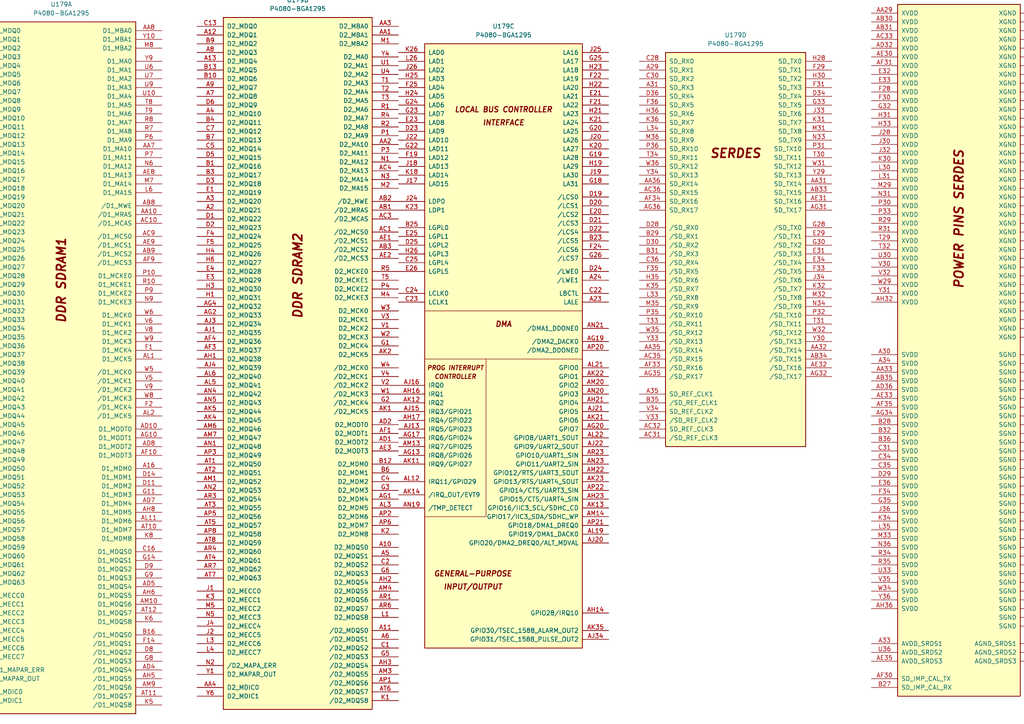
<source format=kicad_sch>
(kicad_sch (version 20250114) (generator "eeschema") (generator_version "9.0")
  (paper "A4")
  (lib_symbols
    (symbol "CPU:P4080-BGA1295" (pin_names (offset 1.016))
      (property "Reference" "U" (at 1.27 19.05 0))
      (property "Value" "P4080-BGA1295" (at 1.27 16.51 0))
      (symbol "P4080-BGA1295_1_1"
        (text "DDR SDRAM1" (at 1.27 26.67 900) (effects (font (size 2.54 2.54) (bold yes) (italic yes))))
        (pin bidirectional line (at -27.94 99.06 0) (length 7.62) (name "D1_MDQ0") (number "A17"))
        (pin bidirectional line (at -27.94 96.52 0) (length 7.62) (name "D1_MDQ1") (number "D17"))
        (pin bidirectional line (at -27.94 93.98 0) (length 7.62) (name "D1_MDQ2") (number "C14"))
        (pin bidirectional line (at -27.94 91.44 0) (length 7.62) (name "D1_MDQ3") (number "A14"))
        (pin bidirectional line (at -27.94 88.9 0) (length 7.62) (name "D1_MDQ4") (number "C17"))
        (pin bidirectional line (at -27.94 86.36 0) (length 7.62) (name "D1_MDQ5") (number "B17"))
        (pin bidirectional line (at -27.94 83.82 0) (length 7.62) (name "D1_MDQ6") (number "A15"))
        (pin bidirectional line (at -27.94 81.28 0) (length 7.62) (name "D1_MDQ7") (number "B15"))
        (pin bidirectional line (at -27.94 78.74 0) (length 7.62) (name "D1_MDQ8") (number "D15"))
        (pin bidirectional line (at -27.94 76.2 0) (length 7.62) (name "D1_MDQ9") (number "G15"))
        (pin bidirectional line (at -27.94 73.66 0) (length 7.62) (name "D1_MDQ10") (number "E12"))
        (pin bidirectional line (at -27.94 71.12 0) (length 7.62) (name "D1_MDQ11") (number "G12"))
        (pin bidirectional line (at -27.94 68.58 0) (length 7.62) (name "D1_MDQ12") (number "F16"))
        (pin bidirectional line (at -27.94 66.04 0) (length 7.62) (name "D1_MDQ13") (number "E15"))
        (pin bidirectional line (at -27.94 63.5 0) (length 7.62) (name "D1_MDQ14") (number "E13"))
        (pin bidirectional line (at -27.94 60.96 0) (length 7.62) (name "D1_MDQ15") (number "F13"))
        (pin bidirectional line (at -27.94 58.42 0) (length 7.62) (name "D1_MDQ16") (number "C8"))
        (pin bidirectional line (at -27.94 55.88 0) (length 7.62) (name "D1_MDQ17") (number "D12"))
        (pin bidirectional line (at -27.94 53.34 0) (length 7.62) (name "D1_MDQ18") (number "E9"))
        (pin bidirectional line (at -27.94 50.8 0) (length 7.62) (name "D1_MDQ19") (number "E10"))
        (pin bidirectional line (at -27.94 48.26 0) (length 7.62) (name "D1_MDQ20") (number "C11"))
        (pin bidirectional line (at -27.94 45.72 0) (length 7.62) (name "D1_MDQ21") (number "C10"))
        (pin bidirectional line (at -27.94 43.18 0) (length 7.62) (name "D1_MDQ22") (number "E6"))
        (pin bidirectional line (at -27.94 40.64 0) (length 7.62) (name "D1_MDQ23") (number "E7"))
        (pin bidirectional line (at -27.94 38.1 0) (length 7.62) (name "D1_MDQ24") (number "F7"))
        (pin bidirectional line (at -27.94 35.56 0) (length 7.62) (name "D1_MDQ25") (number "F11"))
        (pin bidirectional line (at -27.94 33.02 0) (length 7.62) (name "D1_MDQ26") (number "H10"))
        (pin bidirectional line (at -27.94 30.48 0) (length 7.62) (name "D1_MDQ27") (number "J10"))
        (pin bidirectional line (at -27.94 27.94 0) (length 7.62) (name "D1_MDQ28") (number "F10"))
        (pin bidirectional line (at -27.94 25.4 0) (length 7.62) (name "D1_MDQ29") (number "F8"))
        (pin bidirectional line (at -27.94 22.86 0) (length 7.62) (name "D1_MDQ30") (number "H7"))
        (pin bidirectional line (at -27.94 20.32 0) (length 7.62) (name "D1_MDQ31") (number "H9"))
        (pin bidirectional line (at -27.94 17.78 0) (length 7.62) (name "D1_MDQ32") (number "AC7"))
        (pin bidirectional line (at -27.94 15.24 0) (length 7.62) (name "D1_MDQ33") (number "AC6"))
        (pin bidirectional line (at -27.94 12.7 0) (length 7.62) (name "D1_MDQ34") (number "AF6"))
        (pin bidirectional line (at -27.94 10.16 0) (length 7.62) (name "D1_MDQ35") (number "AF7"))
        (pin bidirectional line (at -27.94 7.62 0) (length 7.62) (name "D1_MDQ36") (number "AB5"))
        (pin bidirectional line (at -27.94 5.08 0) (length 7.62) (name "D1_MDQ37") (number "AB6"))
        (pin bidirectional line (at -27.94 2.54 0) (length 7.62) (name "D1_MDQ38") (number "AE5"))
        (pin bidirectional line (at -27.94 0 0) (length 7.62) (name "D1_MDQ39") (number "AE6"))
        (pin bidirectional line (at -27.94 -2.54 0) (length 7.62) (name "D1_MDQ40") (number "AG5"))
        (pin bidirectional line (at -27.94 -5.08 0) (length 7.62) (name "D1_MDQ41") (number "AH9"))
        (pin bidirectional line (at -27.94 -7.62 0) (length 7.62) (name "D1_MDQ42") (number "AJ9"))
        (pin bidirectional line (at -27.94 -10.16 0) (length 7.62) (name "D1_MDQ43") (number "AJ10"))
        (pin bidirectional line (at -27.94 -12.7 0) (length 7.62) (name "D1_MDQ44") (number "AG8"))
        (pin bidirectional line (at -27.94 -15.24 0) (length 7.62) (name "D1_MDQ45") (number "AG7"))
        (pin bidirectional line (at -27.94 -17.78 0) (length 7.62) (name "D1_MDQ46") (number "AJ6"))
        (pin bidirectional line (at -27.94 -20.32 0) (length 7.62) (name "D1_MDQ47") (number "AJ7"))
        (pin bidirectional line (at -27.94 -22.86 0) (length 7.62) (name "D1_MDQ48") (number "AL9"))
        (pin bidirectional line (at -27.94 -25.4 0) (length 7.62) (name "D1_MDQ49") (number "AL8"))
        (pin bidirectional line (at -27.94 -27.94 0) (length 7.62) (name "D1_MDQ50") (number "AN10"))
        (pin bidirectional line (at -27.94 -30.48 0) (length 7.62) (name "D1_MDQ51") (number "AN11"))
        (pin bidirectional line (at -27.94 -33.02 0) (length 7.62) (name "D1_MDQ52") (number "AK8"))
        (pin bidirectional line (at -27.94 -35.56 0) (length 7.62) (name "D1_MDQ53") (number "AK7"))
        (pin bidirectional line (at -27.94 -38.1 0) (length 7.62) (name "D1_MDQ54") (number "AN7"))
        (pin bidirectional line (at -27.94 -40.64 0) (length 7.62) (name "D1_MDQ55") (number "AN8"))
        (pin bidirectional line (at -27.94 -43.18 0) (length 7.62) (name "D1_MDQ56") (number "AT9"))
        (pin bidirectional line (at -27.94 -45.72 0) (length 7.62) (name "D1_MDQ57") (number "AR10"))
        (pin bidirectional line (at -27.94 -48.26 0) (length 7.62) (name "D1_MDQ58") (number "AT13"))
        (pin bidirectional line (at -27.94 -50.8 0) (length 7.62) (name "D1_MDQ59") (number "AR13"))
        (pin bidirectional line (at -27.94 -53.34 0) (length 7.62) (name "D1_MDQ60") (number "AP9"))
        (pin bidirectional line (at -27.94 -55.88 0) (length 7.62) (name "D1_MDQ61") (number "AR9"))
        (pin bidirectional line (at -27.94 -58.42 0) (length 7.62) (name "D1_MDQ62") (number "AR12"))
        (pin bidirectional line (at -27.94 -60.96 0) (length 7.62) (name "D1_MDQ63") (number "AP12"))
        (pin bidirectional line (at -27.94 -64.77 0) (length 7.62) (name "D1_MECC0") (number "K9"))
        (pin bidirectional line (at -27.94 -67.31 0) (length 7.62) (name "D1_MECC1") (number "J5"))
        (pin bidirectional line (at -27.94 -69.85 0) (length 7.62) (name "D1_MECC2") (number "L10"))
        (pin bidirectional line (at -27.94 -72.39 0) (length 7.62) (name "D1_MECC3") (number "M10"))
        (pin bidirectional line (at -27.94 -74.93 0) (length 7.62) (name "D1_MECC4") (number "J8"))
        (pin bidirectional line (at -27.94 -77.47 0) (length 7.62) (name "D1_MECC5") (number "J7"))
        (pin bidirectional line (at -27.94 -80.01 0) (length 7.62) (name "D1_MECC6") (number "L7"))
        (pin bidirectional line (at -27.94 -82.55 0) (length 7.62) (name "D1_MECC7") (number "L9"))
        (pin input line (at -27.94 -86.36 0) (length 7.62) (name "/D1_MAPAR_ERR") (number "N8"))
        (pin output line (at -27.94 -88.9 0) (length 7.62) (name "D1_MAPAR_OUT") (number "Y7"))
        (pin bidirectional line (at -27.94 -92.71 0) (length 7.62) (name "D1_MDIC0") (number "T6"))
        (pin bidirectional line (at -27.94 -95.25 0) (length 7.62) (name "D1_MDIC1") (number "AA5"))
        (pin output line (at 30.48 99.06 180) (length 7.62) (name "D1_MBA0") (number "AA8"))
        (pin output line (at 30.48 96.52 180) (length 7.62) (name "D1_MBA1") (number "Y10"))
        (pin output line (at 30.48 93.98 180) (length 7.62) (name "D1_MBA2") (number "M8"))
        (pin output line (at 30.48 90.17 180) (length 7.62) (name "D1_MA0") (number "Y9"))
        (pin output line (at 30.48 87.63 180) (length 7.62) (name "D1_MA1") (number "U6"))
        (pin output line (at 30.48 85.09 180) (length 7.62) (name "D1_MA2") (number "U7"))
        (pin output line (at 30.48 82.55 180) (length 7.62) (name "D1_MA3") (number "U9"))
        (pin output line (at 30.48 80.01 180) (length 7.62) (name "D1_MA4") (number "U10"))
        (pin output line (at 30.48 77.47 180) (length 7.62) (name "D1_MA5") (number "T8"))
        (pin output line (at 30.48 74.93 180) (length 7.62) (name "D1_MA6") (number "T9"))
        (pin output line (at 30.48 72.39 180) (length 7.62) (name "D1_MA7") (number "R8"))
        (pin output line (at 30.48 69.85 180) (length 7.62) (name "D1_MA8") (number "R7"))
        (pin output line (at 30.48 67.31 180) (length 7.62) (name "D1_MA9") (number "P6"))
        (pin output line (at 30.48 64.77 180) (length 7.62) (name "D1_MA10") (number "AA7"))
        (pin output line (at 30.48 62.23 180) (length 7.62) (name "D1_MA11") (number "P7"))
        (pin output line (at 30.48 59.69 180) (length 7.62) (name "D1_MA12") (number "N6"))
        (pin output line (at 30.48 57.15 180) (length 7.62) (name "D1_MA13") (number "AE8"))
        (pin output line (at 30.48 54.61 180) (length 7.62) (name "D1_MA14") (number "M7"))
        (pin output line (at 30.48 52.07 180) (length 7.62) (name "D1_MA15") (number "L6"))
        (pin output line (at 30.48 48.26 180) (length 7.62) (name "/D1_MWE") (number "AB8"))
        (pin output line (at 30.48 45.72 180) (length 7.62) (name "/D1_MRAS") (number "AA10"))
        (pin output line (at 30.48 43.18 180) (length 7.62) (name "/D1_MCAS") (number "AC10"))
        (pin output line (at 30.48 39.37 180) (length 7.62) (name "/D1_MCS0") (number "AC9"))
        (pin output line (at 30.48 36.83 180) (length 7.62) (name "/D1_MCS1") (number "AE9"))
        (pin output line (at 30.48 34.29 180) (length 7.62) (name "/D1_MCS2") (number "AB9"))
        (pin output line (at 30.48 31.75 180) (length 7.62) (name "/D1_MCS3") (number "AF9"))
        (pin output line (at 30.48 27.94 180) (length 7.62) (name "D1_MCKE0") (number "P10"))
        (pin output line (at 30.48 25.4 180) (length 7.62) (name "D1_MCKE1") (number "R10"))
        (pin output line (at 30.48 22.86 180) (length 7.62) (name "D1_MCKE2") (number "P9"))
        (pin output line (at 30.48 20.32 180) (length 7.62) (name "D1_MCKE3") (number "N9"))
        (pin output line (at 30.48 16.51 180) (length 7.62) (name "D1_MCK0") (number "W6"))
        (pin output line (at 30.48 13.97 180) (length 7.62) (name "D1_MCK1") (number "V6"))
        (pin output line (at 30.48 11.43 180) (length 7.62) (name "D1_MCK2") (number "V8"))
        (pin output line (at 30.48 8.89 180) (length 7.62) (name "D1_MCK3") (number "W9"))
        (pin output line (at 30.48 6.35 180) (length 7.62) (name "D1_MCK4") (number "F1"))
        (pin output line (at 30.48 3.81 180) (length 7.62) (name "D1_MCK5") (number "AL1"))
        (pin output line (at 30.48 0 180) (length 7.62) (name "/D1_MCK0") (number "W5"))
        (pin output line (at 30.48 -2.54 180) (length 7.62) (name "/D1_MCK1") (number "V5"))
        (pin output line (at 30.48 -5.08 180) (length 7.62) (name "/D1_MCK2") (number "V9"))
        (pin output line (at 30.48 -7.62 180) (length 7.62) (name "/D1_MCK3") (number "W8"))
        (pin output line (at 30.48 -10.16 180) (length 7.62) (name "/D1_MCK4") (number "F2"))
        (pin output line (at 30.48 -12.7 180) (length 7.62) (name "/D1_MCK5") (number "AL2"))
        (pin output line (at 30.48 -16.51 180) (length 7.62) (name "D1_MODT0") (number "AD10"))
        (pin output line (at 30.48 -19.05 180) (length 7.62) (name "D1_MODT1") (number "AG10"))
        (pin output line (at 30.48 -21.59 180) (length 7.62) (name "D1_MODT2") (number "AD8"))
        (pin output line (at 30.48 -24.13 180) (length 7.62) (name "D1_MODT3") (number "AF10"))
        (pin output line (at 30.48 -27.94 180) (length 7.62) (name "D1_MDM0") (number "A16"))
        (pin output line (at 30.48 -30.48 180) (length 7.62) (name "D1_MDM1") (number "D14"))
        (pin output line (at 30.48 -33.02 180) (length 7.62) (name "D1_MDM2") (number "D11"))
        (pin output line (at 30.48 -35.56 180) (length 7.62) (name "D1_MDM3") (number "G11"))
        (pin output line (at 30.48 -38.1 180) (length 7.62) (name "D1_MDM4") (number "AD7"))
        (pin output line (at 30.48 -40.64 180) (length 7.62) (name "D1_MDM5") (number "AH8"))
        (pin output line (at 30.48 -43.18 180) (length 7.62) (name "D1_MDM6") (number "AL11"))
        (pin output line (at 30.48 -45.72 180) (length 7.62) (name "D1_MDM7") (number "AT10"))
        (pin output line (at 30.48 -48.26 180) (length 7.62) (name "D1_MDM8") (number "K8"))
        (pin bidirectional line (at 30.48 -52.07 180) (length 7.62) (name "D1_MDQS0") (number "C16"))
        (pin bidirectional line (at 30.48 -54.61 180) (length 7.62) (name "D1_MDQS1") (number "G14"))
        (pin bidirectional line (at 30.48 -57.15 180) (length 7.62) (name "D1_MDQS2") (number "D9"))
        (pin bidirectional line (at 30.48 -59.69 180) (length 7.62) (name "D1_MDQS3") (number "G9"))
        (pin bidirectional line (at 30.48 -62.23 180) (length 7.62) (name "D1_MDQS4") (number "AD5"))
        (pin bidirectional line (at 30.48 -64.77 180) (length 7.62) (name "D1_MDQS5") (number "AH6"))
        (pin bidirectional line (at 30.48 -67.31 180) (length 7.62) (name "D1_MDQS6") (number "AM10"))
        (pin bidirectional line (at 30.48 -69.85 180) (length 7.62) (name "D1_MDQS7") (number "AT12"))
        (pin bidirectional line (at 30.48 -72.39 180) (length 7.62) (name "D1_MDQS8") (number "K6"))
        (pin bidirectional line (at 30.48 -76.2 180) (length 7.62) (name "/D1_MDQS0") (number "B16"))
        (pin bidirectional line (at 30.48 -78.74 180) (length 7.62) (name "/D1_MDQS1") (number "F14"))
        (pin bidirectional line (at 30.48 -81.28 180) (length 7.62) (name "/D1_MDQS2") (number "D8"))
        (pin bidirectional line (at 30.48 -83.82 180) (length 7.62) (name "/D1_MDQS3") (number "G8"))
        (pin bidirectional line (at 30.48 -86.36 180) (length 7.62) (name "/D1_MDQS4") (number "AD4"))
        (pin bidirectional line (at 30.48 -88.9 180) (length 7.62) (name "/D1_MDQS5") (number "AH5"))
        (pin bidirectional line (at 30.48 -91.44 180) (length 7.62) (name "/D1_MDQS6") (number "AM9"))
        (pin bidirectional line (at 30.48 -93.98 180) (length 7.62) (name "/D1_MDQS7") (number "AT11"))
        (pin bidirectional line (at 30.48 -96.52 180) (length 7.62) (name "/D1_MDQS8") (number "K5"))
      )
      (symbol "P4080-BGA1295_2_1"
        (text "DDR SDRAM2" (at 1.27 26.67 900) (effects (font (size 2.54 2.54) (bold yes) (italic yes))))
        (pin bidirectional line (at -27.94 99.06 0) (length 7.62) (name "D2_MDQ0") (number "C13"))
        (pin bidirectional line (at -27.94 96.52 0) (length 7.62) (name "D2_MDQ1") (number "A12"))
        (pin bidirectional line (at -27.94 93.98 0) (length 7.62) (name "D2_MDQ2") (number "B9"))
        (pin bidirectional line (at -27.94 91.44 0) (length 7.62) (name "D2_MDQ3") (number "A8"))
        (pin bidirectional line (at -27.94 88.9 0) (length 7.62) (name "D2_MDQ4") (number "A13"))
        (pin bidirectional line (at -27.94 86.36 0) (length 7.62) (name "D2_MDQ5") (number "B13"))
        (pin bidirectional line (at -27.94 83.82 0) (length 7.62) (name "D2_MDQ6") (number "B10"))
        (pin bidirectional line (at -27.94 81.28 0) (length 7.62) (name "D2_MDQ7") (number "A9"))
        (pin bidirectional line (at -27.94 78.74 0) (length 7.62) (name "D2_MDQ8") (number "A7"))
        (pin bidirectional line (at -27.94 76.2 0) (length 7.62) (name "D2_MDQ9") (number "D6"))
        (pin bidirectional line (at -27.94 73.66 0) (length 7.62) (name "D2_MDQ10") (number "A4"))
        (pin bidirectional line (at -27.94 71.12 0) (length 7.62) (name "D2_MDQ11") (number "B4"))
        (pin bidirectional line (at -27.94 68.58 0) (length 7.62) (name "D2_MDQ12") (number "C7"))
        (pin bidirectional line (at -27.94 66.04 0) (length 7.62) (name "D2_MDQ13") (number "B7"))
        (pin bidirectional line (at -27.94 63.5 0) (length 7.62) (name "D2_MDQ14") (number "C5"))
        (pin bidirectional line (at -27.94 60.96 0) (length 7.62) (name "D2_MDQ15") (number "D5"))
        (pin bidirectional line (at -27.94 58.42 0) (length 7.62) (name "D2_MDQ16") (number "B1"))
        (pin bidirectional line (at -27.94 55.88 0) (length 7.62) (name "D2_MDQ17") (number "B3"))
        (pin bidirectional line (at -27.94 53.34 0) (length 7.62) (name "D2_MDQ18") (number "D3"))
        (pin bidirectional line (at -27.94 50.8 0) (length 7.62) (name "D2_MDQ19") (number "E1"))
        (pin bidirectional line (at -27.94 48.26 0) (length 7.62) (name "D2_MDQ20") (number "A3"))
        (pin bidirectional line (at -27.94 45.72 0) (length 7.62) (name "D2_MDQ21") (number "A2"))
        (pin bidirectional line (at -27.94 43.18 0) (length 7.62) (name "D2_MDQ22") (number "D1"))
        (pin bidirectional line (at -27.94 40.64 0) (length 7.62) (name "D2_MDQ23") (number "D2"))
        (pin bidirectional line (at -27.94 38.1 0) (length 7.62) (name "D2_MDQ24") (number "F4"))
        (pin bidirectional line (at -27.94 35.56 0) (length 7.62) (name "D2_MDQ25") (number "F5"))
        (pin bidirectional line (at -27.94 33.02 0) (length 7.62) (name "D2_MDQ26") (number "H4"))
        (pin bidirectional line (at -27.94 30.48 0) (length 7.62) (name "D2_MDQ27") (number "H6"))
        (pin bidirectional line (at -27.94 27.94 0) (length 7.62) (name "D2_MDQ28") (number "E4"))
        (pin bidirectional line (at -27.94 25.4 0) (length 7.62) (name "D2_MDQ29") (number "E3"))
        (pin bidirectional line (at -27.94 22.86 0) (length 7.62) (name "D2_MDQ30") (number "H3"))
        (pin bidirectional line (at -27.94 20.32 0) (length 7.62) (name "D2_MDQ31") (number "H1"))
        (pin bidirectional line (at -27.94 17.78 0) (length 7.62) (name "D2_MDQ32") (number "AG4"))
        (pin bidirectional line (at -27.94 15.24 0) (length 7.62) (name "D2_MDQ33") (number "AG2"))
        (pin bidirectional line (at -27.94 12.7 0) (length 7.62) (name "D2_MDQ34") (number "AJ3"))
        (pin bidirectional line (at -27.94 10.16 0) (length 7.62) (name "D2_MDQ35") (number "AJ1"))
        (pin bidirectional line (at -27.94 7.62 0) (length 7.62) (name "D2_MDQ36") (number "AF4"))
        (pin bidirectional line (at -27.94 5.08 0) (length 7.62) (name "D2_MDQ37") (number "AF3"))
        (pin bidirectional line (at -27.94 2.54 0) (length 7.62) (name "D2_MDQ38") (number "AH1"))
        (pin bidirectional line (at -27.94 0 0) (length 7.62) (name "D2_MDQ39") (number "AJ4"))
        (pin bidirectional line (at -27.94 -2.54 0) (length 7.62) (name "D2_MDQ40") (number "AL6"))
        (pin bidirectional line (at -27.94 -5.08 0) (length 7.62) (name "D2_MDQ41") (number "AL5"))
        (pin bidirectional line (at -27.94 -7.62 0) (length 7.62) (name "D2_MDQ42") (number "AN4"))
        (pin bidirectional line (at -27.94 -10.16 0) (length 7.62) (name "D2_MDQ43") (number "AN5"))
        (pin bidirectional line (at -27.94 -12.7 0) (length 7.62) (name "D2_MDQ44") (number "AK5"))
        (pin bidirectional line (at -27.94 -15.24 0) (length 7.62) (name "D2_MDQ45") (number "AK4"))
        (pin bidirectional line (at -27.94 -17.78 0) (length 7.62) (name "D2_MDQ46") (number "AM6"))
        (pin bidirectional line (at -27.94 -20.32 0) (length 7.62) (name "D2_MDQ47") (number "AM7"))
        (pin bidirectional line (at -27.94 -22.86 0) (length 7.62) (name "D2_MDQ48") (number "AN1"))
        (pin bidirectional line (at -27.94 -25.4 0) (length 7.62) (name "D2_MDQ49") (number "AP3"))
        (pin bidirectional line (at -27.94 -27.94 0) (length 7.62) (name "D2_MDQ50") (number "AT1"))
        (pin bidirectional line (at -27.94 -30.48 0) (length 7.62) (name "D2_MDQ51") (number "AT2"))
        (pin bidirectional line (at -27.94 -33.02 0) (length 7.62) (name "D2_MDQ52") (number "AM1"))
        (pin bidirectional line (at -27.94 -35.56 0) (length 7.62) (name "D2_MDQ53") (number "AN2"))
        (pin bidirectional line (at -27.94 -38.1 0) (length 7.62) (name "D2_MDQ54") (number "AR3"))
        (pin bidirectional line (at -27.94 -40.64 0) (length 7.62) (name "D2_MDQ55") (number "AT3"))
        (pin bidirectional line (at -27.94 -43.18 0) (length 7.62) (name "D2_MDQ56") (number "AP5"))
        (pin bidirectional line (at -27.94 -45.72 0) (length 7.62) (name "D2_MDQ57") (number "AT5"))
        (pin bidirectional line (at -27.94 -48.26 0) (length 7.62) (name "D2_MDQ58") (number "AP8"))
        (pin bidirectional line (at -27.94 -50.8 0) (length 7.62) (name "D2_MDQ59") (number "AT8"))
        (pin bidirectional line (at -27.94 -53.34 0) (length 7.62) (name "D2_MDQ60") (number "AR4"))
        (pin bidirectional line (at -27.94 -55.88 0) (length 7.62) (name "D2_MDQ61") (number "AT4"))
        (pin bidirectional line (at -27.94 -58.42 0) (length 7.62) (name "D2_MDQ62") (number "AR7"))
        (pin bidirectional line (at -27.94 -60.96 0) (length 7.62) (name "D2_MDQ63") (number "AT7"))
        (pin bidirectional line (at -27.94 -64.77 0) (length 7.62) (name "D2_MECC0") (number "J1"))
        (pin bidirectional line (at -27.94 -67.31 0) (length 7.62) (name "D2_MECC1") (number "K3"))
        (pin bidirectional line (at -27.94 -69.85 0) (length 7.62) (name "D2_MECC2") (number "M5"))
        (pin bidirectional line (at -27.94 -72.39 0) (length 7.62) (name "D2_MECC3") (number "N5"))
        (pin bidirectional line (at -27.94 -74.93 0) (length 7.62) (name "D2_MECC4") (number "J4"))
        (pin bidirectional line (at -27.94 -77.47 0) (length 7.62) (name "D2_MECC5") (number "J2"))
        (pin bidirectional line (at -27.94 -80.01 0) (length 7.62) (name "D2_MECC6") (number "L3"))
        (pin bidirectional line (at -27.94 -82.55 0) (length 7.62) (name "D2_MECC7") (number "L4"))
        (pin input line (at -27.94 -86.36 0) (length 7.62) (name "/D2_MAPA_ERR") (number "N2"))
        (pin output line (at -27.94 -88.9 0) (length 7.62) (name "D2_MAPAR_OUT") (number "Y1"))
        (pin bidirectional line (at -27.94 -92.71 0) (length 7.62) (name "D2_MDIC0") (number "AA4"))
        (pin bidirectional line (at -27.94 -95.25 0) (length 7.62) (name "D2_MDIC1") (number "Y6"))
        (pin output line (at 30.48 99.06 180) (length 7.62) (name "D2_MBA0") (number "AA3"))
        (pin output line (at 30.48 96.52 180) (length 7.62) (name "D2_MBA1") (number "AA1"))
        (pin output line (at 30.48 93.98 180) (length 7.62) (name "D2_MBA2") (number "M1"))
        (pin output line (at 30.48 90.17 180) (length 7.62) (name "D2_MA0") (number "Y4"))
        (pin output line (at 30.48 87.63 180) (length 7.62) (name "D2_MA1") (number "U1"))
        (pin output line (at 30.48 85.09 180) (length 7.62) (name "D2_MA2") (number "U4"))
        (pin output line (at 30.48 82.55 180) (length 7.62) (name "D2_MA3") (number "T1"))
        (pin output line (at 30.48 80.01 180) (length 7.62) (name "D2_MA4") (number "T2"))
        (pin output line (at 30.48 77.47 180) (length 7.62) (name "D2_MA5") (number "T3"))
        (pin output line (at 30.48 74.93 180) (length 7.62) (name "D2_MA6") (number "R1"))
        (pin output line (at 30.48 72.39 180) (length 7.62) (name "D2_MA7") (number "R4"))
        (pin output line (at 30.48 69.85 180) (length 7.62) (name "D2_MA8") (number "R2"))
        (pin output line (at 30.48 67.31 180) (length 7.62) (name "D2_MA9") (number "P1"))
        (pin output line (at 30.48 64.77 180) (length 7.62) (name "D2_MA10") (number "AA2"))
        (pin output line (at 30.48 62.23 180) (length 7.62) (name "D2_MA11") (number "P3"))
        (pin output line (at 30.48 59.69 180) (length 7.62) (name "D2_MA12") (number "N1"))
        (pin output line (at 30.48 57.15 180) (length 7.62) (name "D2_MA13") (number "AC4"))
        (pin output line (at 30.48 54.61 180) (length 7.62) (name "D2_MA14") (number "N3"))
        (pin output line (at 30.48 52.07 180) (length 7.62) (name "D2_MA15") (number "M2"))
        (pin output line (at 30.48 48.26 180) (length 7.62) (name "/D2_MWE") (number "AB2"))
        (pin output line (at 30.48 45.72 180) (length 7.62) (name "/D2_MRAS") (number "AB1"))
        (pin output line (at 30.48 43.18 180) (length 7.62) (name "/D2_MCAS") (number "AC3"))
        (pin output line (at 30.48 39.37 180) (length 7.62) (name "/D2_MCS0") (number "AC1"))
        (pin output line (at 30.48 36.83 180) (length 7.62) (name "/D2_MCS1") (number "AE1"))
        (pin output line (at 30.48 34.29 180) (length 7.62) (name "/D2_MCS2") (number "AB3"))
        (pin output line (at 30.48 31.75 180) (length 7.62) (name "/D2_MCS3") (number "AE2"))
        (pin output line (at 30.48 27.94 180) (length 7.62) (name "D2_MCKE0") (number "R5"))
        (pin output line (at 30.48 25.4 180) (length 7.62) (name "D2_MCKE1") (number "T5"))
        (pin output line (at 30.48 22.86 180) (length 7.62) (name "D2_MCKE2") (number "P4"))
        (pin output line (at 30.48 20.32 180) (length 7.62) (name "D2_MCKE3") (number "M4"))
        (pin output line (at 30.48 16.51 180) (length 7.62) (name "D2_MCK0") (number "W3"))
        (pin output line (at 30.48 13.97 180) (length 7.62) (name "D2_MCK1") (number "V3"))
        (pin output line (at 30.48 11.43 180) (length 7.62) (name "D2_MCK2") (number "V1"))
        (pin output line (at 30.48 8.89 180) (length 7.62) (name "D2_MCK3") (number "W2"))
        (pin output line (at 30.48 6.35 180) (length 7.62) (name "D2_MCK4") (number "G1"))
        (pin output line (at 30.48 3.81 180) (length 7.62) (name "D2_MCK5") (number "AK2"))
        (pin output line (at 30.48 0 180) (length 7.62) (name "/D2_MCK0") (number "W4"))
        (pin output line (at 30.48 -2.54 180) (length 7.62) (name "/D2_MCK1") (number "V4"))
        (pin output line (at 30.48 -5.08 180) (length 7.62) (name "/D2_MCK2") (number "V2"))
        (pin output line (at 30.48 -7.62 180) (length 7.62) (name "/D2_MCK3") (number "W1"))
        (pin output line (at 30.48 -10.16 180) (length 7.62) (name "/D2_MCK4") (number "G2"))
        (pin output line (at 30.48 -12.7 180) (length 7.62) (name "/D2_MCK5") (number "AK1"))
        (pin output line (at 30.48 -16.51 180) (length 7.62) (name "D2_MODT0") (number "AD2"))
        (pin output line (at 30.48 -19.05 180) (length 7.62) (name "D2_MODT1") (number "AF1"))
        (pin output line (at 30.48 -21.59 180) (length 7.62) (name "D2_MODT2") (number "AD1"))
        (pin output line (at 30.48 -24.13 180) (length 7.62) (name "D2_MODT3") (number "AE3"))
        (pin output line (at 30.48 -27.94 180) (length 7.62) (name "D2_MDM0") (number "B12"))
        (pin output line (at 30.48 -30.48 180) (length 7.62) (name "D2_MDM1") (number "B6"))
        (pin output line (at 30.48 -33.02 180) (length 7.62) (name "D2_MDM2") (number "C4"))
        (pin output line (at 30.48 -35.56 180) (length 7.62) (name "D2_MDM3") (number "G3"))
        (pin output line (at 30.48 -38.1 180) (length 7.62) (name "D2_MDM4") (number "AG1"))
        (pin output line (at 30.48 -40.64 180) (length 7.62) (name "D2_MDM5") (number "AL3"))
        (pin output line (at 30.48 -43.18 180) (length 7.62) (name "D2_MDM6") (number "AP2"))
        (pin output line (at 30.48 -45.72 180) (length 7.62) (name "D2_MDM7") (number "AP6"))
        (pin output line (at 30.48 -48.26 180) (length 7.62) (name "D2_MDM8") (number "K2"))
        (pin bidirectional line (at 30.48 -52.07 180) (length 7.62) (name "D2_MDQS0") (number "A10"))
        (pin bidirectional line (at 30.48 -54.61 180) (length 7.62) (name "D2_MDQS1") (number "A5"))
        (pin bidirectional line (at 30.48 -57.15 180) (length 7.62) (name "D2_MDQS2") (number "C2"))
        (pin bidirectional line (at 30.48 -59.69 180) (length 7.62) (name "D2_MDQS3") (number "G6"))
        (pin bidirectional line (at 30.48 -62.23 180) (length 7.62) (name "D2_MDQS4") (number "AH2"))
        (pin bidirectional line (at 30.48 -64.77 180) (length 7.62) (name "D2_MDQS5") (number "AM4"))
        (pin bidirectional line (at 30.48 -67.31 180) (length 7.62) (name "D2_MDQS6") (number "AR1"))
        (pin bidirectional line (at 30.48 -69.85 180) (length 7.62) (name "D2_MDQS7") (number "AR6"))
        (pin bidirectional line (at 30.48 -72.39 180) (length 7.62) (name "D2_MDQS8") (number "L1"))
        (pin bidirectional line (at 30.48 -76.2 180) (length 7.62) (name "/D2_MDQS0") (number "A11"))
        (pin bidirectional line (at 30.48 -78.74 180) (length 7.62) (name "/D2_MDQS1") (number "A6"))
        (pin bidirectional line (at 30.48 -81.28 180) (length 7.62) (name "/D2_MDQS2") (number "C1"))
        (pin bidirectional line (at 30.48 -83.82 180) (length 7.62) (name "/D2_MDQS3") (number "G5"))
        (pin bidirectional line (at 30.48 -86.36 180) (length 7.62) (name "/D2_MDQS4") (number "AH3"))
        (pin bidirectional line (at 30.48 -88.9 180) (length 7.62) (name "/D2_MDQS5") (number "AM3"))
        (pin bidirectional line (at 30.48 -91.44 180) (length 7.62) (name "/D2_MDQS6") (number "AP1"))
        (pin bidirectional line (at 30.48 -93.98 180) (length 7.62) (name "/D2_MDQS7") (number "AT6"))
        (pin bidirectional line (at 30.48 -96.52 180) (length 7.62) (name "/D2_MDQS8") (number "K1"))
      )
      (symbol "P4080-BGA1295_3_1"
        (text "PROG INTERRUPT" (at -13.97 -5.08 0) (effects (font (size 1.27 1.27) (bold yes) (italic yes))))
        (text "CONTROLLER" (at -13.97 -7.62 0) (effects (font (size 1.27 1.27) (bold yes) (italic yes))))
        (text "GENERAL-PURPOSE" (at -8.89 -64.77 0) (effects (font (size 1.524 1.524) (bold yes) (italic yes))))
        (text "INPUT/OUTPUT" (at -8.89 -68.58 0) (effects (font (size 1.524 1.524) (bold yes) (italic yes))))
        (text "LOCAL BUS CONTROLLER" (at 0 69.85 0) (effects (font (size 1.524 1.524) (bold yes) (italic yes))))
        (text "INTERFACE" (at 0 66.04 0) (effects (font (size 1.524 1.524) (bold yes) (italic yes))))
        (text "DMA" (at 0 7.62 0) (effects (font (size 1.524 1.524) (bold yes) (italic yes))))
        (pin bidirectional line (at -30.48 86.36 0) (length 7.62) (name "LAD0") (number "K26"))
        (pin bidirectional line (at -30.48 83.82 0) (length 7.62) (name "LAD1") (number "L26"))
        (pin bidirectional line (at -30.48 81.28 0) (length 7.62) (name "LAD2") (number "J26"))
        (pin bidirectional line (at -30.48 78.74 0) (length 7.62) (name "LAD3") (number "H25"))
        (pin bidirectional line (at -30.48 76.2 0) (length 7.62) (name "LAD4") (number "F25"))
        (pin bidirectional line (at -30.48 73.66 0) (length 7.62) (name "LAD5") (number "H24"))
        (pin bidirectional line (at -30.48 71.12 0) (length 7.62) (name "LAD6") (number "G24"))
        (pin bidirectional line (at -30.48 68.58 0) (length 7.62) (name "LAD7") (number "G23"))
        (pin bidirectional line (at -30.48 66.04 0) (length 7.62) (name "LAD8") (number "E23"))
        (pin bidirectional line (at -30.48 63.5 0) (length 7.62) (name "LAD9") (number "D23"))
        (pin bidirectional line (at -30.48 60.96 0) (length 7.62) (name "LAD10") (number "J22"))
        (pin bidirectional line (at -30.48 58.42 0) (length 7.62) (name "LAD11") (number "G22"))
        (pin bidirectional line (at -30.48 55.88 0) (length 7.62) (name "LAD12") (number "F19"))
        (pin bidirectional line (at -30.48 53.34 0) (length 7.62) (name "LAD13") (number "J18"))
        (pin bidirectional line (at -30.48 50.8 0) (length 7.62) (name "LAD14") (number "K18"))
        (pin bidirectional line (at -30.48 48.26 0) (length 7.62) (name "LAD15") (number "J17"))
        (pin bidirectional line (at -30.48 43.18 0) (length 7.62) (name "LDP0") (number "J24"))
        (pin bidirectional line (at -30.48 40.64 0) (length 7.62) (name "LDP1") (number "K23"))
        (pin output line (at -30.48 35.56 0) (length 7.62) (name "LGPL0") (number "B25"))
        (pin output line (at -30.48 33.02 0) (length 7.62) (name "LGPL1") (number "E25"))
        (pin output line (at -30.48 30.48 0) (length 7.62) (name "LGPL2") (number "D25"))
        (pin output line (at -30.48 27.94 0) (length 7.62) (name "LGPL3") (number "H26"))
        (pin bidirectional line (at -30.48 25.4 0) (length 7.62) (name "LGPL4") (number "C25"))
        (pin output line (at -30.48 22.86 0) (length 7.62) (name "LGPL5") (number "E26"))
        (pin output line (at -30.48 16.51 0) (length 7.62) (name "LCLK0") (number "C24"))
        (pin output line (at -30.48 13.97 0) (length 7.62) (name "LCLK1") (number "C23"))
        (pin input line (at -30.48 -10.16 0) (length 7.62) (name "IRQ0") (number "AJ16"))
        (pin input line (at -30.48 -12.7 0) (length 7.62) (name "IRQ1") (number "AH16"))
        (pin input line (at -30.48 -15.24 0) (length 7.62) (name "IRQ2") (number "AK12"))
        (pin input line (at -30.48 -17.78 0) (length 7.62) (name "IRQ3/GPIO21") (number "AJ15"))
        (pin input line (at -30.48 -20.32 0) (length 7.62) (name "IRQ4/GPIO22") (number "AH17"))
        (pin input line (at -30.48 -22.86 0) (length 7.62) (name "IRQ5/GPIO23") (number "AJ13"))
        (pin input line (at -30.48 -25.4 0) (length 7.62) (name "IRQ6/GPIO24") (number "AG17"))
        (pin input line (at -30.48 -27.94 0) (length 7.62) (name "IRQ7/GPIO25") (number "AM13"))
        (pin input line (at -30.48 -30.48 0) (length 7.62) (name "IRQ8/GPIO26") (number "AG13"))
        (pin input line (at -30.48 -33.02 0) (length 7.62) (name "IRQ9/GPIO27") (number "AK11"))
        (pin input line (at -30.48 -38.1 0) (length 7.62) (name "IRQ11/GPIO29") (number "AL12"))
        (pin output line (at -30.48 -41.91 0) (length 7.62) (name "/IRQ_OUT/EVT9") (number "AK14"))
        (pin input line (at -30.48 -45.72 0) (length 7.62) (name "/TMP_DETECT") (number "AN19"))
        (pin output line (at 30.48 86.36 180) (length 7.62) (name "LA16") (number "J25"))
        (pin output line (at 30.48 83.82 180) (length 7.62) (name "LA17") (number "G25"))
        (pin output line (at 30.48 81.28 180) (length 7.62) (name "LA18") (number "H23"))
        (pin output line (at 30.48 78.74 180) (length 7.62) (name "LA19") (number "F22"))
        (pin output line (at 30.48 76.2 180) (length 7.62) (name "LA20") (number "H22"))
        (pin output line (at 30.48 73.66 180) (length 7.62) (name "LA21") (number "E21"))
        (pin output line (at 30.48 71.12 180) (length 7.62) (name "LA22") (number "F21"))
        (pin output line (at 30.48 68.58 180) (length 7.62) (name "LA23") (number "H21"))
        (pin output line (at 30.48 66.04 180) (length 7.62) (name "LA24") (number "K21"))
        (pin output line (at 30.48 63.5 180) (length 7.62) (name "LA25") (number "G20"))
        (pin output line (at 30.48 60.96 180) (length 7.62) (name "LA26") (number "J20"))
        (pin output line (at 30.48 58.42 180) (length 7.62) (name "LA27") (number "K20"))
        (pin output line (at 30.48 55.88 180) (length 7.62) (name "LA28") (number "G19"))
        (pin output line (at 30.48 53.34 180) (length 7.62) (name "LA29") (number "H19"))
        (pin output line (at 30.48 50.8 180) (length 7.62) (name "LA30") (number "J19"))
        (pin output line (at 30.48 48.26 180) (length 7.62) (name "LA31") (number "G18"))
        (pin output line (at 30.48 44.45 180) (length 7.62) (name "/LCS0") (number "D19"))
        (pin output line (at 30.48 41.91 180) (length 7.62) (name "/LCS1") (number "D20"))
        (pin output line (at 30.48 39.37 180) (length 7.62) (name "/LCS2") (number "E20"))
        (pin output line (at 30.48 36.83 180) (length 7.62) (name "/LCS3") (number "D21"))
        (pin output line (at 30.48 34.29 180) (length 7.62) (name "/LCS4") (number "D22"))
        (pin output line (at 30.48 31.75 180) (length 7.62) (name "/LCS5") (number "B23"))
        (pin output line (at 30.48 29.21 180) (length 7.62) (name "/LCS6") (number "F24"))
        (pin output line (at 30.48 26.67 180) (length 7.62) (name "/LCS7") (number "G26"))
        (pin output line (at 30.48 22.86 180) (length 7.62) (name "/LWE0") (number "D24"))
        (pin output line (at 30.48 20.32 180) (length 7.62) (name "/LWE1") (number "A24"))
        (pin output line (at 30.48 16.51 180) (length 7.62) (name "LBCTL") (number "C22"))
        (pin bidirectional line (at 30.48 13.97 180) (length 7.62) (name "LALE") (number "A23"))
        (pin output line (at 30.48 6.35 180) (length 7.62) (name "/DMA1_DDONE0") (number "AN21"))
        (pin output line (at 30.48 2.54 180) (length 7.62) (name "/DMA2_DACK0") (number "AG19"))
        (pin output line (at 30.48 0 180) (length 7.62) (name "/DMA2_DDONE0") (number "AP20"))
        (pin bidirectional line (at 30.48 -5.08 180) (length 7.62) (name "GPIO0") (number "AL21"))
        (pin bidirectional line (at 30.48 -7.62 180) (length 7.62) (name "GPIO1") (number "AK22"))
        (pin bidirectional line (at 30.48 -10.16 180) (length 7.62) (name "GPIO2") (number "AM20"))
        (pin bidirectional line (at 30.48 -12.7 180) (length 7.62) (name "GPIO3") (number "AN20"))
        (pin bidirectional line (at 30.48 -15.24 180) (length 7.62) (name "GPIO4") (number "AH21"))
        (pin bidirectional line (at 30.48 -17.78 180) (length 7.62) (name "GPIO5") (number "AJ21"))
        (pin bidirectional line (at 30.48 -20.32 180) (length 7.62) (name "GPIO6") (number "AK21"))
        (pin bidirectional line (at 30.48 -22.86 180) (length 7.62) (name "GPIO7") (number "AG20"))
        (pin bidirectional line (at 30.48 -25.4 180) (length 7.62) (name "GPIO8/UART1_SOUT") (number "AL22"))
        (pin bidirectional line (at 30.48 -27.94 180) (length 7.62) (name "GPIO9/UART2_SOUT") (number "AJ22"))
        (pin bidirectional line (at 30.48 -30.48 180) (length 7.62) (name "GPIO10/UART1_SIN") (number "AR23"))
        (pin bidirectional line (at 30.48 -33.02 180) (length 7.62) (name "GPIO11/UART2_SIN") (number "AN23"))
        (pin bidirectional line (at 30.48 -35.56 180) (length 7.62) (name "GPIO12/RTS/UART3_SOUT") (number "AM22"))
        (pin bidirectional line (at 30.48 -38.1 180) (length 7.62) (name "GPIO13/RTS/UART4_SOUT") (number "AK23"))
        (pin bidirectional line (at 30.48 -40.64 180) (length 7.62) (name "GPIO14/CTS/UART3_SIN") (number "AP22"))
        (pin bidirectional line (at 30.48 -43.18 180) (length 7.62) (name "GPIO15/CTS/UART4_SIN") (number "AH23"))
        (pin bidirectional line (at 30.48 -45.72 180) (length 7.62) (name "GPIO16/IIC3_SCL/SDHC_CD") (number "AK13"))
        (pin bidirectional line (at 30.48 -48.26 180) (length 7.62) (name "GPIO17/IIC3_SDA/SDHC_WP") (number "AM14"))
        (pin bidirectional line (at 30.48 -50.8 180) (length 7.62) (name "GPIO18/DMA1_DREQ0") (number "AP21"))
        (pin bidirectional line (at 30.48 -53.34 180) (length 7.62) (name "GPIO19/DMA1_DACK0") (number "AL19"))
        (pin bidirectional line (at 30.48 -55.88 180) (length 7.62) (name "GPIO20/DMA2_DREQ0/ALT_MDVAL") (number "AJ20"))
        (pin bidirectional line (at 30.48 -76.2 180) (length 7.62) (name "GPIO28/IRQ10") (number "AH14"))
        (pin bidirectional line (at 30.48 -81.28 180) (length 7.62) (name "GPIO30/TSEC_1588_ALARM_OUT2") (number "AK35"))
        (pin bidirectional line (at 30.48 -83.82 180) (length 7.62) (name "GPIO31/TSEC_1588_PULSE_OUT2") (number "AJ34"))
      )
      (symbol "P4080-BGA1295_4_1"
        (text "SERDES" (at 0 29.21 0) (effects (font (size 2.54 2.54) (bold yes) (italic yes))))
        (pin input line (at -27.94 55.88 0) (length 7.62) (name "SD_RX0") (number "C28"))
        (pin input line (at -27.94 53.34 0) (length 7.62) (name "SD_RX1") (number "A29"))
        (pin input line (at -27.94 50.8 0) (length 7.62) (name "SD_RX2") (number "C30"))
        (pin input line (at -27.94 48.26 0) (length 7.62) (name "SD_RX3") (number "A31"))
        (pin input line (at -27.94 45.72 0) (length 7.62) (name "SD_RX4") (number "D36"))
        (pin input line (at -27.94 43.18 0) (length 7.62) (name "SD_RX5") (number "F36"))
        (pin input line (at -27.94 40.64 0) (length 7.62) (name "SD_RX6") (number "H36"))
        (pin input line (at -27.94 38.1 0) (length 7.62) (name "SD_RX7") (number "K36"))
        (pin input line (at -27.94 35.56 0) (length 7.62) (name "SD_RX8") (number "L34"))
        (pin input line (at -27.94 33.02 0) (length 7.62) (name "SD_RX9") (number "M36"))
        (pin input line (at -27.94 30.48 0) (length 7.62) (name "SD_RX10") (number "P36"))
        (pin input line (at -27.94 27.94 0) (length 7.62) (name "SD_RX11") (number "T34"))
        (pin input line (at -27.94 25.4 0) (length 7.62) (name "SD_RX12") (number "W36"))
        (pin input line (at -27.94 22.86 0) (length 7.62) (name "SD_RX13") (number "Y34"))
        (pin input line (at -27.94 20.32 0) (length 7.62) (name "SD_RX14") (number "AA36"))
        (pin input line (at -27.94 17.78 0) (length 7.62) (name "SD_RX15") (number "AC36"))
        (pin input line (at -27.94 15.24 0) (length 7.62) (name "SD_RX16") (number "AF34"))
        (pin input line (at -27.94 12.7 0) (length 7.62) (name "SD_RX17") (number "AG36"))
        (pin input line (at -27.94 7.62 0) (length 7.62) (name "/SD_RX0") (number "D28"))
        (pin input line (at -27.94 5.08 0) (length 7.62) (name "/SD_RX1") (number "B29"))
        (pin input line (at -27.94 2.54 0) (length 7.62) (name "/SD_RX2") (number "D30"))
        (pin input line (at -27.94 0 0) (length 7.62) (name "/SD_RX3") (number "B31"))
        (pin input line (at -27.94 -2.54 0) (length 7.62) (name "/SD_RX4") (number "C36"))
        (pin input line (at -27.94 -5.08 0) (length 7.62) (name "/SD_RX5") (number "F35"))
        (pin input line (at -27.94 -7.62 0) (length 7.62) (name "/SD_RX6") (number "H35"))
        (pin input line (at -27.94 -10.16 0) (length 7.62) (name "/SD_RX7") (number "K35"))
        (pin input line (at -27.94 -12.7 0) (length 7.62) (name "/SD_RX8") (number "L33"))
        (pin input line (at -27.94 -15.24 0) (length 7.62) (name "/SD_RX9") (number "M35"))
        (pin input line (at -27.94 -17.78 0) (length 7.62) (name "/SD_RX10") (number "P35"))
        (pin input line (at -27.94 -20.32 0) (length 7.62) (name "/SD_RX11") (number "T33"))
        (pin input line (at -27.94 -22.86 0) (length 7.62) (name "/SD_RX12") (number "W35"))
        (pin input line (at -27.94 -25.4 0) (length 7.62) (name "/SD_RX13") (number "Y33"))
        (pin input line (at -27.94 -27.94 0) (length 7.62) (name "/SD_RX14") (number "AA35"))
        (pin input line (at -27.94 -30.48 0) (length 7.62) (name "/SD_RX15") (number "AC35"))
        (pin input line (at -27.94 -33.02 0) (length 7.62) (name "/SD_RX16") (number "AF33"))
        (pin input line (at -27.94 -35.56 0) (length 7.62) (name "/SD_RX17") (number "AG35"))
        (pin input line (at -27.94 -40.64 0) (length 7.62) (name "SD_REF_CLK1") (number "A35"))
        (pin input line (at -27.94 -43.18 0) (length 7.62) (name "/SD_REF_CLK1") (number "B35"))
        (pin input line (at -27.94 -45.72 0) (length 7.62) (name "SD_REF_CLK2") (number "V34"))
        (pin input line (at -27.94 -48.26 0) (length 7.62) (name "/SD_REF_CLK2") (number "V33"))
        (pin input line (at -27.94 -50.8 0) (length 7.62) (name "SD_REF_CLK3") (number "AC32"))
        (pin input line (at -27.94 -53.34 0) (length 7.62) (name "/SD_REF_CLK3") (number "AC31"))
        (pin output line (at 27.94 55.88 180) (length 7.62) (name "SD_TX0") (number "H28"))
        (pin output line (at 27.94 53.34 180) (length 7.62) (name "SD_TX1") (number "F29"))
        (pin output line (at 27.94 50.8 180) (length 7.62) (name "SD_TX2") (number "H30"))
        (pin output line (at 27.94 48.26 180) (length 7.62) (name "SD_TX3") (number "F31"))
        (pin output line (at 27.94 45.72 180) (length 7.62) (name "SD_TX4") (number "D34"))
        (pin output line (at 27.94 43.18 180) (length 7.62) (name "SD_TX5") (number "G33"))
        (pin output line (at 27.94 40.64 180) (length 7.62) (name "SD_TX6") (number "J33"))
        (pin output line (at 27.94 38.1 180) (length 7.62) (name "SD_TX7") (number "K31"))
        (pin output line (at 27.94 35.56 180) (length 7.62) (name "SD_TX8") (number "M31"))
        (pin output line (at 27.94 33.02 180) (length 7.62) (name "SD_TX9") (number "N33"))
        (pin output line (at 27.94 30.48 180) (length 7.62) (name "SD_TX10") (number "P31"))
        (pin output line (at 27.94 27.94 180) (length 7.62) (name "SD_TX11") (number "T30"))
        (pin output line (at 27.94 25.4 180) (length 7.62) (name "SD_TX12") (number "W31"))
        (pin output line (at 27.94 22.86 180) (length 7.62) (name "SD_TX13") (number "Y29"))
        (pin output line (at 27.94 20.32 180) (length 7.62) (name "SD_TX14") (number "AA31"))
        (pin output line (at 27.94 17.78 180) (length 7.62) (name "SD_TX15") (number "AB33"))
        (pin output line (at 27.94 15.24 180) (length 7.62) (name "SD_TX16") (number "AE31"))
        (pin output line (at 27.94 12.7 180) (length 7.62) (name "SD_TX17") (number "AG31"))
        (pin output line (at 27.94 7.62 180) (length 7.62) (name "/SD_TX0") (number "G28"))
        (pin output line (at 27.94 5.08 180) (length 7.62) (name "/SD_TX1") (number "E29"))
        (pin output line (at 27.94 2.54 180) (length 7.62) (name "/SD_TX2") (number "G30"))
        (pin output line (at 27.94 0 180) (length 7.62) (name "/SD_TX3") (number "E31"))
        (pin output line (at 27.94 -2.54 180) (length 7.62) (name "/SD_TX4") (number "E34"))
        (pin output line (at 27.94 -5.08 180) (length 7.62) (name "/SD_TX5") (number "F33"))
        (pin output line (at 27.94 -7.62 180) (length 7.62) (name "/SD_TX6") (number "J34"))
        (pin output line (at 27.94 -10.16 180) (length 7.62) (name "/SD_TX7") (number "K32"))
        (pin output line (at 27.94 -12.7 180) (length 7.62) (name "/SD_TX8") (number "M32"))
        (pin output line (at 27.94 -15.24 180) (length 7.62) (name "/SD_TX9") (number "N34"))
        (pin output line (at 27.94 -17.78 180) (length 7.62) (name "/SD_TX10") (number "P32"))
        (pin output line (at 27.94 -20.32 180) (length 7.62) (name "/SD_TX11") (number "T31"))
        (pin output line (at 27.94 -22.86 180) (length 7.62) (name "/SD_TX12") (number "W32"))
        (pin output line (at 27.94 -25.4 180) (length 7.62) (name "/SD_TX13") (number "Y30"))
        (pin output line (at 27.94 -27.94 180) (length 7.62) (name "/SD_TX14") (number "AA32"))
        (pin output line (at 27.94 -30.48 180) (length 7.62) (name "/SD_TX15") (number "AB34"))
        (pin output line (at 27.94 -33.02 180) (length 7.62) (name "/SD_TX16") (number "AE32"))
        (pin output line (at 27.94 -35.56 180) (length 7.62) (name "/SD_TX17") (number "AG32"))
      )
      (symbol "P4080-BGA1295_5_1"
        (text "POWER PINS SERDES" (at 0 39.37 900) (effects (font (size 2.54 2.54) (bold yes) (italic yes))))
        (pin power_in line (at -25.4 99.06 0) (length 7.62) (name "XVDD") (number "AA29"))
        (pin power_in line (at -25.4 96.52 0) (length 7.62) (name "XVDD") (number "AB30"))
        (pin power_in line (at -25.4 93.98 0) (length 7.62) (name "XVDD") (number "AB31"))
        (pin power_in line (at -25.4 91.44 0) (length 7.62) (name "XVDD") (number "AC33"))
        (pin power_in line (at -25.4 88.9 0) (length 7.62) (name "XVDD") (number "AD32"))
        (pin power_in line (at -25.4 86.36 0) (length 7.62) (name "XVDD") (number "AE30"))
        (pin power_in line (at -25.4 83.82 0) (length 7.62) (name "XVDD") (number "AF31"))
        (pin power_in line (at -25.4 81.28 0) (length 7.62) (name "XVDD") (number "E32"))
        (pin power_in line (at -25.4 78.74 0) (length 7.62) (name "XVDD") (number "E33"))
        (pin power_in line (at -25.4 76.2 0) (length 7.62) (name "XVDD") (number "F28"))
        (pin power_in line (at -25.4 73.66 0) (length 7.62) (name "XVDD") (number "F30"))
        (pin power_in line (at -25.4 71.12 0) (length 7.62) (name "XVDD") (number "G32"))
        (pin power_in line (at -25.4 68.58 0) (length 7.62) (name "XVDD") (number "H31"))
        (pin power_in line (at -25.4 66.04 0) (length 7.62) (name "XVDD") (number "H33"))
        (pin power_in line (at -25.4 63.5 0) (length 7.62) (name "XVDD") (number "J28"))
        (pin power_in line (at -25.4 60.96 0) (length 7.62) (name "XVDD") (number "J30"))
        (pin power_in line (at -25.4 58.42 0) (length 7.62) (name "XVDD") (number "J32"))
        (pin power_in line (at -25.4 55.88 0) (length 7.62) (name "XVDD") (number "K30"))
        (pin power_in line (at -25.4 53.34 0) (length 7.62) (name "XVDD") (number "L30"))
        (pin power_in line (at -25.4 50.8 0) (length 7.62) (name "XVDD") (number "L31"))
        (pin power_in line (at -25.4 48.26 0) (length 7.62) (name "XVDD") (number "M29"))
        (pin power_in line (at -25.4 45.72 0) (length 7.62) (name "XVDD") (number "N31"))
        (pin power_in line (at -25.4 43.18 0) (length 7.62) (name "XVDD") (number "P30"))
        (pin power_in line (at -25.4 40.64 0) (length 7.62) (name "XVDD") (number "P33"))
        (pin power_in line (at -25.4 38.1 0) (length 7.62) (name "XVDD") (number "R29"))
        (pin power_in line (at -25.4 35.56 0) (length 7.62) (name "XVDD") (number "R31"))
        (pin power_in line (at -25.4 33.02 0) (length 7.62) (name "XVDD") (number "T29"))
        (pin power_in line (at -25.4 30.48 0) (length 7.62) (name "XVDD") (number "T32"))
        (pin power_in line (at -25.4 27.94 0) (length 7.62) (name "XVDD") (number "U30"))
        (pin power_in line (at -25.4 25.4 0) (length 7.62) (name "XVDD") (number "V30"))
        (pin power_in line (at -25.4 22.86 0) (length 7.62) (name "XVDD") (number "V32"))
        (pin power_in line (at -25.4 20.32 0) (length 7.62) (name "XVDD") (number "W29"))
        (pin power_in line (at -25.4 17.78 0) (length 7.62) (name "XVDD") (number "Y31"))
        (pin power_in line (at -25.4 15.24 0) (length 7.62) (name "XVDD") (number "AH32"))
        (pin power_in line (at -25.4 0 0) (length 7.62) (name "SVDD") (number "A30"))
        (pin power_in line (at -25.4 -2.54 0) (length 7.62) (name "SVDD") (number "A34"))
        (pin power_in line (at -25.4 -5.08 0) (length 7.62) (name "SVDD") (number "AA33"))
        (pin power_in line (at -25.4 -7.62 0) (length 7.62) (name "SVDD") (number "AB35"))
        (pin power_in line (at -25.4 -10.16 0) (length 7.62) (name "SVDD") (number "AD36"))
        (pin power_in line (at -25.4 -12.7 0) (length 7.62) (name "SVDD") (number "AE33"))
        (pin power_in line (at -25.4 -15.24 0) (length 7.62) (name "SVDD") (number "AF35"))
        (pin power_in line (at -25.4 -17.78 0) (length 7.62) (name "SVDD") (number "AG34"))
        (pin power_in line (at -25.4 -20.32 0) (length 7.62) (name "SVDD") (number "B28"))
        (pin power_in line (at -25.4 -22.86 0) (length 7.62) (name "SVDD") (number "B32"))
        (pin power_in line (at -25.4 -25.4 0) (length 7.62) (name "SVDD") (number "B36"))
        (pin power_in line (at -25.4 -27.94 0) (length 7.62) (name "SVDD") (number "C31"))
        (pin power_in line (at -25.4 -30.48 0) (length 7.62) (name "SVDD") (number "C34"))
        (pin power_in line (at -25.4 -33.02 0) (length 7.62) (name "SVDD") (number "C35"))
        (pin power_in line (at -25.4 -35.56 0) (length 7.62) (name "SVDD") (number "D29"))
        (pin power_in line (at -25.4 -38.1 0) (length 7.62) (name "SVDD") (number "E36"))
        (pin power_in line (at -25.4 -40.64 0) (length 7.62) (name "SVDD") (number "F34"))
        (pin power_in line (at -25.4 -43.18 0) (length 7.62) (name "SVDD") (number "G35"))
        (pin power_in line (at -25.4 -45.72 0) (length 7.62) (name "SVDD") (number "J36"))
        (pin power_in line (at -25.4 -48.26 0) (length 7.62) (name "SVDD") (number "K34"))
        (pin power_in line (at -25.4 -50.8 0) (length 7.62) (name "SVDD") (number "L35"))
        (pin power_in line (at -25.4 -53.34 0) (length 7.62) (name "SVDD") (number "M33"))
        (pin power_in line (at -25.4 -55.88 0) (length 7.62) (name "SVDD") (number "N36"))
        (pin power_in line (at -25.4 -58.42 0) (length 7.62) (name "SVDD") (number "R34"))
        (pin power_in line (at -25.4 -60.96 0) (length 7.62) (name "SVDD") (number "R35"))
        (pin power_in line (at -25.4 -63.5 0) (length 7.62) (name "SVDD") (number "U33"))
        (pin power_in line (at -25.4 -66.04 0) (length 7.62) (name "SVDD") (number "V35"))
        (pin power_in line (at -25.4 -68.58 0) (length 7.62) (name "SVDD") (number "W34"))
        (pin power_in line (at -25.4 -71.12 0) (length 7.62) (name "SVDD") (number "Y36"))
        (pin power_in line (at -25.4 -73.66 0) (length 7.62) (name "SVDD") (number "AH36"))
        (pin power_in line (at -25.4 -83.82 0) (length 7.62) (name "AVDD_SRDS1") (number "A33"))
        (pin power_in line (at -25.4 -86.36 0) (length 7.62) (name "AVDD_SRDS2") (number "U36"))
        (pin power_in line (at -25.4 -88.9 0) (length 7.62) (name "AVDD_SRDS3") (number "AE35"))
        (pin input line (at -25.4 -93.98 0) (length 7.62) (name "SD_IMP_CAL_TX") (number "AF30"))
        (pin input line (at -25.4 -96.52 0) (length 7.62) (name "SD_IMP_CAL_RX") (number "B27"))
        (pin power_in line (at 25.4 99.06 180) (length 7.62) (name "XGND") (number "AA30"))
        (pin power_in line (at 25.4 96.52 180) (length 7.62) (name "XGND") (number "AB32"))
        (pin power_in line (at 25.4 93.98 180) (length 7.62) (name "XGND") (number "AC30"))
        (pin power_in line (at 25.4 91.44 180) (length 7.62) (name "XGND") (number "AC34"))
        (pin power_in line (at 25.4 88.9 180) (length 7.62) (name "XGND") (number "AD30"))
        (pin power_in line (at 25.4 86.36 180) (length 7.62) (name "XGND") (number "AD31"))
        (pin power_in line (at 25.4 83.82 180) (length 7.62) (name "XGND") (number "AF32"))
        (pin power_in line (at 25.4 81.28 180) (length 7.62) (name "XGND") (number "AG30"))
        (pin power_in line (at 25.4 78.74 180) (length 7.62) (name "XGND") (number "D33"))
        (pin power_in line (at 25.4 76.2 180) (length 7.62) (name "XGND") (number "E28"))
        (pin power_in line (at 25.4 73.66 180) (length 7.62) (name "XGND") (number "E30"))
        (pin power_in line (at 25.4 71.12 180) (length 7.62) (name "XGND") (number "F32"))
        (pin power_in line (at 25.4 68.58 180) (length 7.62) (name "XGND") (number "G29"))
        (pin power_in line (at 25.4 66.04 180) (length 7.62) (name "XGND") (number "G31"))
        (pin power_in line (at 25.4 63.5 180) (length 7.62) (name "XGND") (number "H29"))
        (pin power_in line (at 25.4 60.96 180) (length 7.62) (name "XGND") (number "H32"))
        (pin power_in line (at 25.4 58.42 180) (length 7.62) (name "XGND") (number "H34"))
        (pin power_in line (at 25.4 55.88 180) (length 7.62) (name "XGND") (number "J29"))
        (pin power_in line (at 25.4 53.34 180) (length 7.62) (name "XGND") (number "J31"))
        (pin power_in line (at 25.4 50.8 180) (length 7.62) (name "XGND") (number "K28"))
        (pin power_in line (at 25.4 48.26 180) (length 7.62) (name "XGND") (number "K29"))
        (pin power_in line (at 25.4 45.72 180) (length 7.62) (name "XGND") (number "L29"))
        (pin power_in line (at 25.4 43.18 180) (length 7.62) (name "XGND") (number "L32"))
        (pin power_in line (at 25.4 40.64 180) (length 7.62) (name "XGND") (number "M30"))
        (pin power_in line (at 25.4 38.1 180) (length 7.62) (name "XGND") (number "N29"))
        (pin power_in line (at 25.4 35.56 180) (length 7.62) (name "XGND") (number "N30"))
        (pin power_in line (at 25.4 33.02 180) (length 7.62) (name "XGND") (number "N32"))
        (pin power_in line (at 25.4 30.48 180) (length 7.62) (name "XGND") (number "P29"))
        (pin power_in line (at 25.4 27.94 180) (length 7.62) (name "XGND") (number "P34"))
        (pin power_in line (at 25.4 25.4 180) (length 7.62) (name "XGND") (number "R30"))
        (pin power_in line (at 25.4 22.86 180) (length 7.62) (name "XGND") (number "R32"))
        (pin power_in line (at 25.4 20.32 180) (length 7.62) (name "XGND") (number "U29"))
        (pin power_in line (at 25.4 17.78 180) (length 7.62) (name "XGND") (number "U31"))
        (pin power_in line (at 25.4 15.24 180) (length 7.62) (name "XGND") (number "V29"))
        (pin power_in line (at 25.4 12.7 180) (length 7.62) (name "XGND") (number "V31"))
        (pin power_in line (at 25.4 10.16 180) (length 7.62) (name "XGND") (number "W30"))
        (pin power_in line (at 25.4 7.62 180) (length 7.62) (name "XGND") (number "Y32"))
        (pin power_in line (at 25.4 5.08 180) (length 7.62) (name "XGND") (number "AH31"))
        (pin power_in line (at 25.4 0 180) (length 7.62) (name "SGND") (number "A28"))
        (pin power_in line (at 25.4 -2.54 180) (length 7.62) (name "SGND") (number "A32"))
        (pin power_in line (at 25.4 -5.08 180) (length 7.62) (name "SGND") (number "A36"))
        (pin power_in line (at 25.4 -7.62 180) (length 7.62) (name "SGND") (number "AA34"))
        (pin power_in line (at 25.4 -10.16 180) (length 7.62) (name "SGND") (number "AB36"))
        (pin power_in line (at 25.4 -12.7 180) (length 7.62) (name "SGND") (number "AD35"))
        (pin power_in line (at 25.4 -15.24 180) (length 7.62) (name "SGND") (number "AE34"))
        (pin power_in line (at 25.4 -17.78 180) (length 7.62) (name "SGND") (number "AF36"))
        (pin power_in line (at 25.4 -20.32 180) (length 7.62) (name "SGND") (number "AG33"))
        (pin power_in line (at 25.4 -22.86 180) (length 7.62) (name "SGND") (number "B30"))
        (pin power_in line (at 25.4 -25.4 180) (length 7.62) (name "SGND") (number "B34"))
        (pin power_in line (at 25.4 -27.94 180) (length 7.62) (name "SGND") (number "C29"))
        (pin power_in line (at 25.4 -30.48 180) (length 7.62) (name "SGND") (number "C33"))
        (pin power_in line (at 25.4 -33.02 180) (length 7.62) (name "SGND") (number "D31"))
        (pin power_in line (at 25.4 -35.56 180) (length 7.62) (name "SGND") (number "D35"))
        (pin power_in line (at 25.4 -38.1 180) (length 7.62) (name "SGND") (number "E35"))
        (pin power_in line (at 25.4 -40.64 180) (length 7.62) (name "SGND") (number "G34"))
        (pin power_in line (at 25.4 -43.18 180) (length 7.62) (name "SGND") (number "G36"))
        (pin power_in line (at 25.4 -45.72 180) (length 7.62) (name "SGND") (number "J35"))
        (pin power_in line (at 25.4 -48.26 180) (length 7.62) (name "SGND") (number "K33"))
        (pin power_in line (at 25.4 -50.8 180) (length 7.62) (name "SGND") (number "L36"))
        (pin power_in line (at 25.4 -53.34 180) (length 7.62) (name "SGND") (number "M34"))
        (pin power_in line (at 25.4 -55.88 180) (length 7.62) (name "SGND") (number "N35"))
        (pin power_in line (at 25.4 -58.42 180) (length 7.62) (name "SGND") (number "R33"))
        (pin power_in line (at 25.4 -60.96 180) (length 7.62) (name "SGND") (number "R36"))
        (pin power_in line (at 25.4 -63.5 180) (length 7.62) (name "SGND") (number "T35"))
        (pin power_in line (at 25.4 -66.04 180) (length 7.62) (name "SGND") (number "U34"))
        (pin power_in line (at 25.4 -68.58 180) (length 7.62) (name "SGND") (number "V36"))
        (pin power_in line (at 25.4 -71.12 180) (length 7.62) (name "SGND") (number "W33"))
        (pin power_in line (at 25.4 -73.66 180) (length 7.62) (name "SGND") (number "Y35"))
        (pin power_in line (at 25.4 -76.2 180) (length 7.62) (name "SGND") (number "AH35"))
        (pin power_in line (at 25.4 -78.74 180) (length 7.62) (name "SGND") (number "AH33"))
        (pin power_in line (at 25.4 -83.82 180) (length 7.62) (name "AGND_SRDS1") (number "B33"))
        (pin power_in line (at 25.4 -86.36 180) (length 7.62) (name "AGND_SRDS2") (number "T36"))
        (pin power_in line (at 25.4 -88.9 180) (length 7.62) (name "AGND_SRDS3") (number "AE36"))
      )
      (symbol "P4080-BGA1295_6_1"
        (text "USB1" (at -20.32 82.55 0) (effects (font (size 1.524 1.524))))
        (text "USB2" (at -20.32 58.42 0) (effects (font (size 1.524 1.524))))
        (text "CLOCK" (at -17.78 -63.5 0) (effects (font (size 1.524 1.524))))
        (text "JTAG" (at -17.78 -74.93 0) (effects (font (size 1.524 1.524))))
        (text "eSDHC" (at -15.24 41.91 0) (effects (font (size 1.524 1.524))))
        (text "I²C INTERFACE" (at -15.24 -3.81 0) (effects (font (size 1.524 1.524))))
        (text "SYSTEM" (at -12.7 -86.36 0) (effects (font (size 1.524 1.524))))
        (text "CONTROL" (at -12.7 -88.9 0) (effects (font (size 1.524 1.524))))
        (text "DEBUG" (at -1.27 -39.37 0) (effects (font (size 1.524 1.524))))
        (text "I/O VOLTAGE SELECT" (at 5.08 -69.85 0) (effects (font (size 0.0254 0.0254))))
        (text "IEEE 1588" (at 6.35 21.59 0) (effects (font (size 1.524 1.524))))
        (text "DUART" (at 6.35 -3.81 0) (effects (font (size 1.524 1.524))))
        (text "eSPI" (at 8.89 41.91 0) (effects (font (size 1.524 1.524))))
        (text "DFT" (at 8.89 -90.17 0) (effects (font (size 1.524 1.524))))
        (text "I/O VOLT.SELECT" (at 10.16 -77.47 0) (effects (font (size 1.524 1.524))))
        (text "PWR MANAGEMENT" (at 11.43 -63.5 0) (effects (font (size 1.524 1.524))))
        (pin output line (at -43.18 96.52 0) (length 7.62) (name "USB1_STP/EC1_TX_EN") (number "AR36"))
        (pin input line (at -43.18 91.44 0) (length 7.62) (name "USB1_NXT/EC1_RX_DV") (number "AM34"))
        (pin input line (at -43.18 88.9 0) (length 7.62) (name "USB1_DIR/EC1_RX_CLK") (number "AM36"))
        (pin input line (at -43.18 86.36 0) (length 7.62) (name "USB1_CLK/EC1_GTX_CLK") (number "AP35"))
        (pin output line (at -43.18 72.39 0) (length 7.62) (name "USB2_STP/EC2_TX_EN") (number "AR31"))
        (pin input line (at -43.18 67.31 0) (length 7.62) (name "USB2_NXT/EC2_RX_DV") (number "AR33"))
        (pin input line (at -43.18 64.77 0) (length 7.62) (name "USB2_DIR/EC2_RX_CLK") (number "AT33"))
        (pin input line (at -43.18 62.23 0) (length 7.62) (name "USB2_CLK/EC2_GTX_CLK") (number "AN31"))
        (pin bidirectional line (at -43.18 46.99 0) (length 7.62) (name "SDHC_CMD") (number "AG23"))
        (pin bidirectional line (at -43.18 44.45 0) (length 7.62) (name "SDHC_DAT0") (number "AP24"))
        (pin bidirectional line (at -43.18 41.91 0) (length 7.62) (name "SDHC_DAT1") (number "AT24"))
        (pin bidirectional line (at -43.18 39.37 0) (length 7.62) (name "SDHC_DAT2") (number "AM23"))
        (pin bidirectional line (at -43.18 36.83 0) (length 7.62) (name "SDHC_DAT3") (number "AG22"))
        (pin bidirectional line (at -43.18 34.29 0) (length 7.62) (name "SDHC_DAT4/SPI_CS0") (number "AN29"))
        (pin bidirectional line (at -43.18 31.75 0) (length 7.62) (name "SDHC_DAT5/SPI_CS1") (number "AJ28"))
        (pin bidirectional line (at -43.18 29.21 0) (length 7.62) (name "SDHC_DAT6/SPI_CS2") (number "AR29"))
        (pin bidirectional line (at -43.18 26.67 0) (length 7.62) (name "SDHC_DAT7/SPI_CS3") (number "AM29"))
        (pin output line (at -43.18 22.86 0) (length 7.62) (name "SDHC_CLK") (number "AL23"))
        (pin input line (at -43.18 10.16 0) (length 7.62) (name "TSEC_1588_CLK_IN") (number "AL35"))
        (pin input line (at -43.18 7.62 0) (length 7.62) (name "TSEC_1588_TRIG_IN1C") (number "AL36"))
        (pin input line (at -43.18 5.08 0) (length 7.62) (name "TSEC_1588_TRIG_IN2") (number "AK36"))
        (pin bidirectional line (at -43.18 -5.08 0) (length 7.62) (name "IIC1_SCL") (number "AH15"))
        (pin bidirectional line (at -43.18 -7.62 0) (length 7.62) (name "IIC1_SDA") (number "AN14"))
        (pin bidirectional line (at -43.18 -11.43 0) (length 7.62) (name "INC2_SCL") (number "AM15"))
        (pin bidirectional line (at -43.18 -13.97 0) (length 7.62) (name "INC2_SDA") (number "AL14"))
        (pin bidirectional line (at -43.18 -17.78 0) (length 7.62) (name "IIC3_SCL/GPIO16/SDHC_CD") (number "AK13"))
        (pin bidirectional line (at -43.18 -20.32 0) (length 7.62) (name "IIC3_SDA/GPIO17/SDHC_WP") (number "AM14"))
        (pin bidirectional line (at -43.18 -24.13 0) (length 7.62) (name "IIC4_SCL/EVT5") (number "AG14"))
        (pin bidirectional line (at -43.18 -26.67 0) (length 7.62) (name "IIC4_SDA/EVT6") (number "AL15"))
        (pin bidirectional line (at -43.18 -34.29 0) (length 7.62) (name "/EVT0") (number "AJ17"))
        (pin bidirectional line (at -43.18 -36.83 0) (length 7.62) (name "/EVT1") (number "AK17"))
        (pin bidirectional line (at -43.18 -39.37 0) (length 7.62) (name "/EVT2") (number "AN16"))
        (pin bidirectional line (at -43.18 -41.91 0) (length 7.62) (name "/EVT3") (number "AK16"))
        (pin bidirectional line (at -43.18 -44.45 0) (length 7.62) (name "/EVT4") (number "AM16"))
        (pin bidirectional line (at -43.18 -57.15 0) (length 7.62) (name "/EVT9/IRQ_OUT") (number "AK14"))
        (pin input line (at -43.18 -62.23 0) (length 7.62) (name "RTC") (number "AN24"))
        (pin input line (at -43.18 -64.77 0) (length 7.62) (name "SYSCLK") (number "AT23"))
        (pin input line (at -43.18 -69.85 0) (length 7.62) (name "TCK") (number "AR22"))
        (pin input line (at -43.18 -72.39 0) (length 7.62) (name "TDI") (number "AN17"))
        (pin output line (at -43.18 -74.93 0) (length 7.62) (name "TDO") (number "AP15"))
        (pin input line (at -43.18 -77.47 0) (length 7.62) (name "TMS") (number "AR20"))
        (pin input line (at -43.18 -80.01 0) (length 7.62) (name "/TRST") (number "AR19"))
        (pin input line (at -43.18 -83.82 0) (length 7.62) (name "/PORESET") (number "AP17"))
        (pin bidirectional line (at -43.18 -86.36 0) (length 7.62) (name "/HRESET") (number "AR17"))
        (pin output line (at -43.18 -88.9 0) (length 7.62) (name "/RESET_REQ") (number "AT16"))
        (pin output line (at -43.18 -91.44 0) (length 7.62) (name "/CKSTP_OUT") (number "AM19"))
        (pin bidirectional line (at 40.64 96.52 180) (length 7.62) (name "USB1_D0/EC1_RXD0") (number "AN36"))
        (pin bidirectional line (at 40.64 93.98 180) (length 7.62) (name "USB1_D0/EC1_RXD1") (number "AN35"))
        (pin bidirectional line (at 40.64 91.44 180) (length 7.62) (name "USB1_D2/EC1_RXD2") (number "AN34"))
        (pin bidirectional line (at 40.64 88.9 180) (length 7.62) (name "USB1_D3/EC1_RXD3") (number "AM33"))
        (pin bidirectional line (at 40.64 86.36 180) (length 7.62) (name "USB1_D4/EC1_TXD0") (number "AT35"))
        (pin bidirectional line (at 40.64 83.82 180) (length 7.62) (name "USB1_D5/EC1_TXD1") (number "AR34"))
        (pin bidirectional line (at 40.64 81.28 180) (length 7.62) (name "USB1_D6/EC1_TXD2") (number "AT34"))
        (pin bidirectional line (at 40.64 78.74 180) (length 7.62) (name "USB1_D7/EC1_TXD3") (number "AP36"))
        (pin bidirectional line (at 40.64 72.39 180) (length 7.62) (name "USB2_D0/EC2_RXD0") (number "AT32"))
        (pin bidirectional line (at 40.64 69.85 180) (length 7.62) (name "USB2_D1/EC2_RXD1") (number "AP32"))
        (pin bidirectional line (at 40.64 67.31 180) (length 7.62) (name "USB2_D2/EC2_RXD2") (number "AN32"))
        (pin bidirectional line (at 40.64 64.77 180) (length 7.62) (name "USB2_D3/EC2_RXD3") (number "AP33"))
        (pin bidirectional line (at 40.64 62.23 180) (length 7.62) (name "USB2_D4/EC2_TXD0") (number "AT30"))
        (pin bidirectional line (at 40.64 59.69 180) (length 7.62) (name "USB2_D5/EC2_TXD1") (number "AR30"))
        (pin bidirectional line (at 40.64 57.15 180) (length 7.62) (name "USB2_D6/EC2_TXD2") (number "AP30"))
        (pin bidirectional line (at 40.64 54.61 180) (length 7.62) (name "USB2_D7/EC2_TXD3") (number "AT31"))
        (pin bidirectional line (at 40.64 46.99 180) (length 7.62) (name "SPI_MOSI") (number "AT29"))
        (pin input line (at 40.64 44.45 180) (length 7.62) (name "SPI_MISO") (number "AH28"))
        (pin output line (at 40.64 40.64 180) (length 7.62) (name "SPI_CLK") (number "AK29"))
        (pin output line (at 40.64 19.05 180) (length 7.62) (name "TSEC_1588_CLK_OUT") (number "AM30"))
        (pin output line (at 40.64 15.24 180) (length 7.62) (name "TSEC_1588_ALARM_OUT1") (number "AJ36"))
        (pin output line (at 40.64 12.7 180) (length 7.62) (name "TSEC_1588_ALARM_OUT2/GPIO30") (number "AK35"))
        (pin output line (at 40.64 7.62 180) (length 7.62) (name "TSEC_1588_PULSE_OUT1") (number "AL30"))
        (pin output line (at 40.64 5.08 180) (length 7.62) (name "TSEC_1588_PULSE_OUT2/GPIO31") (number "AJ34"))
        (pin input line (at 40.64 -5.08 180) (length 7.62) (name "UART1_SIN/GPIO10") (number "AR23"))
        (pin input line (at 40.64 -7.62 180) (length 7.62) (name "UART2_SIN/GPIO11") (number "AN23"))
        (pin input line (at 40.64 -11.43 180) (length 7.62) (name "UART1_CTS/UART3_SIN/GPIO14") (number "AP22"))
        (pin input line (at 40.64 -13.97 180) (length 7.62) (name "UART2_CTS/UART4_SIN/GPIO15") (number "AH23"))
        (pin output line (at 40.64 -17.78 180) (length 7.62) (name "UART1_SDOUT/GPIO8") (number "AL22"))
        (pin output line (at 40.64 -20.32 180) (length 7.62) (name "UART2_SDOUT/GPIO9") (number "AJ22"))
        (pin output line (at 40.64 -24.13 180) (length 7.62) (name "UART1_RTS/UART3_SDOUT/GPIO12") (number "AM22"))
        (pin output line (at 40.64 -26.67 180) (length 7.62) (name "UART2_RTS/UART4_SDOUT/GPIO13") (number "AK23"))
        (pin output line (at 40.64 -34.29 180) (length 7.62) (name "MDVA") (number "AR15"))
        (pin output line (at 40.64 -38.1 180) (length 7.62) (name "MSRCID0") (number "AH20"))
        (pin output line (at 40.64 -40.64 180) (length 7.62) (name "MSRCID1") (number "AJ19"))
        (pin output line (at 40.64 -43.18 180) (length 7.62) (name "MSRCID2") (number "AH18"))
        (pin output line (at 40.64 -46.99 180) (length 7.62) (name "ALT_MDVAL/DMA2_DREQ0/GPIO20") (number "AJ20"))
        (pin output line (at 40.64 -49.53 180) (length 7.62) (name "ALT_MSRCID0/DMA2_DACK0/EVT7") (number "AG19"))
        (pin output line (at 40.64 -52.07 180) (length 7.62) (name "ALT_MSRCID1/DMA2_DDONE0/EVT8") (number "AP20"))
        (pin output line (at 40.64 -57.15 180) (length 7.62) (name "CLK_OUT") (number "AK20"))
        (pin output line (at 40.64 -63.5 180) (length 7.62) (name "ASLEEP") (number "AR21"))
        (pin input line (at 40.64 -72.39 180) (length 7.62) (name "IO_VSEL0") (number "AL18"))
        (pin input line (at 40.64 -74.93 180) (length 7.62) (name "IO_VSEL1") (number "AP18"))
        (pin input line (at 40.64 -77.47 180) (length 7.62) (name "IO_VSEL2") (number "AK18"))
        (pin input line (at 40.64 -80.01 180) (length 7.62) (name "IO_VSEL3") (number "AM18"))
        (pin input line (at 40.64 -82.55 180) (length 7.62) (name "IO_VSEL4") (number "AH19"))
        (pin input line (at 40.64 -88.9 180) (length 7.62) (name "/SCAN_MODE") (number "AL17"))
        (pin input line (at 40.64 -91.44 180) (length 7.62) (name "/TEST_SEL") (number "AT21"))
      )
      (symbol "P4080-BGA1295_7_1"
        (text "ETHERNET" (at 1.27 26.67 0) (effects (font (size 1.524 1.524) (bold yes) (italic yes))))
        (pin input line (at -33.02 25.4 0) (length 7.62) (name "EC_GTX_CLK125") (number "AK34"))
        (pin input line (at -33.02 22.86 0) (length 7.62) (name "EC_XTRNL_TX_STMP1") (number "AM31"))
        (pin input line (at -33.02 20.32 0) (length 7.62) (name "EC_XTRNL_RX_STMP1") (number "AK32"))
        (pin input line (at -33.02 17.78 0) (length 7.62) (name "EC_XTRNL_TX_STMP2") (number "AJ31"))
        (pin input line (at -33.02 15.24 0) (length 7.62) (name "EC_XTRNL_RX_STMP2") (number "AK31"))
        (pin input line (at -33.02 10.16 0) (length 7.62) (name "EC1_RX_CLK/USB1_DIR") (number "AM36"))
        (pin input line (at -33.02 7.62 0) (length 7.62) (name "EC1_RX_DV/USB1_NXT") (number "AM34"))
        (pin input line (at -33.02 2.54 0) (length 7.62) (name "EC1_RXD0/USB1_D0") (number "AN36"))
        (pin input line (at -33.02 0 0) (length 7.62) (name "EC1_RXD1/USB1_D1") (number "AN35"))
        (pin input line (at -33.02 -2.54 0) (length 7.62) (name "EC1_RXD2/USB1_D2") (number "AN34"))
        (pin input line (at -33.02 -5.08 0) (length 7.62) (name "EC1_RXD3/USB1_D3") (number "AM33"))
        (pin input line (at -33.02 -10.16 0) (length 7.62) (name "EC2_RX_CLK/USB2_DIR") (number "AT33"))
        (pin input line (at -33.02 -12.7 0) (length 7.62) (name "EC2_RX_DV/USB2_NXT") (number "AR33"))
        (pin input line (at -33.02 -17.78 0) (length 7.62) (name "EC2_RXD0/USB2_D0") (number "AT32"))
        (pin input line (at -33.02 -20.32 0) (length 7.62) (name "EC2_RXD1/USB2_D1") (number "AP32"))
        (pin input line (at -33.02 -22.86 0) (length 7.62) (name "EC2_RXD2/USB2_D2") (number "AN32"))
        (pin input line (at -33.02 -25.4 0) (length 7.62) (name "EC2_RXD3/USB2_D3") (number "AP33"))
        (pin output line (at 33.02 24.13 180) (length 7.62) (name "EMI1_MDC") (number "AJ33"))
        (pin bidirectional line (at 33.02 21.59 180) (length 7.62) (name "EMI1_MDIO") (number "AL32"))
        (pin output line (at 33.02 17.78 180) (length 7.62) (name "EMI2_MDC") (number "AK30"))
        (pin bidirectional line (at 33.02 15.24 180) (length 7.62) (name "EMI2_MDIO") (number "AJ30"))
        (pin output line (at 33.02 10.16 180) (length 7.62) (name "EC1_GTX_CLK/USB1_CLK") (number "AP35"))
        (pin output line (at 33.02 7.62 180) (length 7.62) (name "EC1_TX_EN/USB1_STP") (number "AR36"))
        (pin output line (at 33.02 2.54 180) (length 7.62) (name "EC1_TXD0/USB1_D4") (number "AT35"))
        (pin output line (at 33.02 0 180) (length 7.62) (name "EC1_TXD1/USB1_D5") (number "AR34"))
        (pin output line (at 33.02 -2.54 180) (length 7.62) (name "EC1_TXD2/USB1_D6") (number "AT34"))
        (pin bidirectional line (at 33.02 -5.08 180) (length 7.62) (name "EC1_TXD3/USB1_D7") (number "AP36"))
        (pin output line (at 33.02 -10.16 180) (length 7.62) (name "EC2_GTX_CLK/USB2_CLK") (number "AN31"))
        (pin output line (at 33.02 -12.7 180) (length 7.62) (name "EC2_TX_EN/USB2_STP") (number "AR31"))
        (pin output line (at 33.02 -17.78 180) (length 7.62) (name "EC2_TXD0/USB2_D4") (number "AT30"))
        (pin output line (at 33.02 -20.32 180) (length 7.62) (name "EC2_TXD1/USB2_D5") (number "AR30"))
        (pin output line (at 33.02 -22.86 180) (length 7.62) (name "EC2_TXD2/USB2_D6") (number "AP30"))
        (pin bidirectional line (at 33.02 -25.4 180) (length 7.62) (name "EC2_TXD3/USB2_D7") (number "AT31"))
      )
      (symbol "P4080-BGA1295_8_1"
        (text "GND PINS" (at 0 26.67 0) (effects (font (size 3.81 3.81) (bold yes) (italic yes))))
        (pin power_in line (at -58.42 124.46 0) (length 7.62) (name "GND") (number "AK34"))
        (pin power_in line (at -58.42 121.92 0) (length 7.62) (name "GND") (number "L12"))
        (pin power_in line (at -58.42 119.38 0) (length 7.62) (name "GND") (number "AD27"))
        (pin power_in line (at -58.42 116.84 0) (length 7.62) (name "GND") (number "Y27"))
        (pin power_in line (at -58.42 114.3 0) (length 7.62) (name "GND") (number "V27"))
        (pin power_in line (at -58.42 111.76 0) (length 7.62) (name "GND") (number "T27"))
        (pin power_in line (at -58.42 109.22 0) (length 7.62) (name "GND") (number "M25"))
        (pin power_in line (at -58.42 106.68 0) (length 7.62) (name "GND") (number "P25"))
        (pin power_in line (at -58.42 104.14 0) (length 7.62) (name "GND") (number "T25"))
        (pin power_in line (at -58.42 101.6 0) (length 7.62) (name "GND") (number "V17"))
        (pin power_in line (at -58.42 99.06 0) (length 7.62) (name "GND") (number "P27"))
        (pin power_in line (at -58.42 96.52 0) (length 7.62) (name "GND") (number "Y25"))
        (pin power_in line (at -58.42 93.98 0) (length 7.62) (name "GND") (number "AB25"))
        (pin power_in line (at -58.42 91.44 0) (length 7.62) (name "GND") (number "AD25"))
        (pin power_in line (at -58.42 88.9 0) (length 7.62) (name "GND") (number "AF25"))
        (pin power_in line (at -58.42 86.36 0) (length 7.62) (name "GND") (number "AE24"))
        (pin power_in line (at -58.42 83.82 0) (length 7.62) (name "GND") (number "AC24"))
        (pin power_in line (at -58.42 81.28 0) (length 7.62) (name "GND") (number "AA24"))
        (pin power_in line (at -58.42 78.74 0) (length 7.62) (name "GND") (number "W24"))
        (pin power_in line (at -58.42 76.2 0) (length 7.62) (name "GND") (number "U24"))
        (pin power_in line (at -58.42 73.66 0) (length 7.62) (name "GND") (number "R24"))
        (pin power_in line (at -58.42 71.12 0) (length 7.62) (name "GND") (number "N24"))
        (pin power_in line (at -58.42 68.58 0) (length 7.62) (name "GND") (number "L24"))
        (pin power_in line (at -58.42 66.04 0) (length 7.62) (name "GND") (number "M23"))
        (pin power_in line (at -58.42 63.5 0) (length 7.62) (name "GND") (number "P23"))
        (pin power_in line (at -58.42 60.96 0) (length 7.62) (name "GND") (number "T23"))
        (pin power_in line (at -58.42 58.42 0) (length 7.62) (name "GND") (number "V23"))
        (pin power_in line (at -58.42 55.88 0) (length 7.62) (name "GND") (number "Y23"))
        (pin power_in line (at -58.42 53.34 0) (length 7.62) (name "GND") (number "AB23"))
        (pin power_in line (at -58.42 50.8 0) (length 7.62) (name "GND") (number "AD23"))
        (pin power_in line (at -58.42 48.26 0) (length 7.62) (name "GND") (number "AF23"))
        (pin power_in line (at -58.42 45.72 0) (length 7.62) (name "GND") (number "N22"))
        (pin power_in line (at -58.42 43.18 0) (length 7.62) (name "GND") (number "R22"))
        (pin power_in line (at -58.42 40.64 0) (length 7.62) (name "GND") (number "U22"))
        (pin power_in line (at -58.42 38.1 0) (length 7.62) (name "GND") (number "W22"))
        (pin power_in line (at -58.42 35.56 0) (length 7.62) (name "GND") (number "AA22"))
        (pin power_in line (at -58.42 33.02 0) (length 7.62) (name "GND") (number "AC22"))
        (pin power_in line (at -58.42 30.48 0) (length 7.62) (name "GND") (number "AE22"))
        (pin power_in line (at -58.42 27.94 0) (length 7.62) (name "GND") (number "M21"))
        (pin power_in line (at -58.42 25.4 0) (length 7.62) (name "GND") (number "P21"))
        (pin power_in line (at -58.42 22.86 0) (length 7.62) (name "GND") (number "T21"))
        (pin power_in line (at -58.42 20.32 0) (length 7.62) (name "GND") (number "V21"))
        (pin power_in line (at -58.42 17.78 0) (length 7.62) (name "GND") (number "Y21"))
        (pin power_in line (at -58.42 15.24 0) (length 7.62) (name "GND") (number "AB21"))
        (pin power_in line (at -58.42 12.7 0) (length 7.62) (name "GND") (number "AD21"))
        (pin power_in line (at -58.42 10.16 0) (length 7.62) (name "GND") (number "AF21"))
        (pin power_in line (at -58.42 7.62 0) (length 7.62) (name "GND") (number "W20"))
        (pin power_in line (at -58.42 5.08 0) (length 7.62) (name "GND") (number "AC20"))
        (pin power_in line (at -58.42 2.54 0) (length 7.62) (name "GND") (number "AA20"))
        (pin power_in line (at -58.42 0 0) (length 7.62) (name "GND") (number "AE20"))
        (pin power_in line (at -58.42 -2.54 0) (length 7.62) (name "GND") (number "U20"))
        (pin power_in line (at -58.42 -5.08 0) (length 7.62) (name "GND") (number "R20"))
        (pin power_in line (at -58.42 -7.62 0) (length 7.62) (name "GND") (number "N20"))
        (pin power_in line (at -58.42 -10.16 0) (length 7.62) (name "GND") (number "M19"))
        (pin power_in line (at -58.42 -12.7 0) (length 7.62) (name "GND") (number "P19"))
        (pin power_in line (at -58.42 -15.24 0) (length 7.62) (name "GND") (number "T19"))
        (pin power_in line (at -58.42 -17.78 0) (length 7.62) (name "GND") (number "V19"))
        (pin power_in line (at -58.42 -20.32 0) (length 7.62) (name "GND") (number "Y19"))
        (pin power_in line (at -58.42 -22.86 0) (length 7.62) (name "GND") (number "AB19"))
        (pin power_in line (at -58.42 -25.4 0) (length 7.62) (name "GND") (number "AD19"))
        (pin power_in line (at -58.42 -27.94 0) (length 7.62) (name "GND") (number "AF19"))
        (pin power_in line (at -58.42 -30.48 0) (length 7.62) (name "GND") (number "AE18"))
        (pin power_in line (at -58.42 -33.02 0) (length 7.62) (name "GND") (number "AA18"))
        (pin power_in line (at -58.42 -35.56 0) (length 7.62) (name "GND") (number "AC18"))
        (pin power_in line (at -58.42 -38.1 0) (length 7.62) (name "GND") (number "W18"))
        (pin power_in line (at -58.42 -40.64 0) (length 7.62) (name "GND") (number "AF17"))
        (pin power_in line (at -58.42 -43.18 0) (length 7.62) (name "GND") (number "AD17"))
        (pin power_in line (at -58.42 -45.72 0) (length 7.62) (name "GND") (number "AB17"))
        (pin power_in line (at -58.42 -48.26 0) (length 7.62) (name "GND") (number "Y17"))
        (pin power_in line (at -58.42 -50.8 0) (length 7.62) (name "GND") (number "U18"))
        (pin power_in line (at -58.42 -53.34 0) (length 7.62) (name "GND") (number "R18"))
        (pin power_in line (at -58.42 -55.88 0) (length 7.62) (name "GND") (number "N18"))
        (pin power_in line (at -58.42 -58.42 0) (length 7.62) (name "GND") (number "T17"))
        (pin power_in line (at -58.42 -60.96 0) (length 7.62) (name "GND") (number "P17"))
        (pin power_in line (at -58.42 -63.5 0) (length 7.62) (name "GND") (number "M17"))
        (pin power_in line (at -58.42 -66.04 0) (length 7.62) (name "GND") (number "N16"))
        (pin power_in line (at -58.42 -68.58 0) (length 7.62) (name "GND") (number "R16"))
        (pin power_in line (at -58.42 -71.12 0) (length 7.62) (name "GND") (number "U16"))
        (pin power_in line (at -58.42 -73.66 0) (length 7.62) (name "GND") (number "AE16"))
        (pin power_in line (at -58.42 -76.2 0) (length 7.62) (name "GND") (number "AA16"))
        (pin power_in line (at -58.42 -78.74 0) (length 7.62) (name "GND") (number "AC16"))
        (pin power_in line (at -58.42 -81.28 0) (length 7.62) (name "GND") (number "W16"))
        (pin power_in line (at -58.42 -83.82 0) (length 7.62) (name "GND") (number "AF15"))
        (pin power_in line (at -58.42 -86.36 0) (length 7.62) (name "GND") (number "AD15"))
        (pin power_in line (at -58.42 -88.9 0) (length 7.62) (name "GND") (number "AB15"))
        (pin power_in line (at -58.42 -91.44 0) (length 7.62) (name "GND") (number "Y15"))
        (pin power_in line (at -58.42 -93.98 0) (length 7.62) (name "GND") (number "V15"))
        (pin power_in line (at -58.42 -96.52 0) (length 7.62) (name "GND") (number "T15"))
        (pin power_in line (at -58.42 -99.06 0) (length 7.62) (name "GND") (number "P15"))
        (pin power_in line (at -58.42 -101.6 0) (length 7.62) (name "GND") (number "M15"))
        (pin power_in line (at -58.42 -104.14 0) (length 7.62) (name "GND") (number "L14"))
        (pin power_in line (at -58.42 -106.68 0) (length 7.62) (name "GND") (number "N14"))
        (pin power_in line (at -58.42 -109.22 0) (length 7.62) (name "GND") (number "R14"))
        (pin power_in line (at -58.42 -111.76 0) (length 7.62) (name "GND") (number "U14"))
        (pin power_in line (at -58.42 -114.3 0) (length 7.62) (name "GND") (number "W14"))
        (pin power_in line (at -58.42 -116.84 0) (length 7.62) (name "GND") (number "AA14"))
        (pin power_in line (at -58.42 -119.38 0) (length 7.62) (name "GND") (number "AC14"))
        (pin power_in line (at -58.42 -121.92 0) (length 7.62) (name "GND") (number "AE14"))
        (pin power_in line (at -43.18 134.62 270) (length 7.62) (name "GND") (number "C3"))
        (pin power_in line (at -40.64 134.62 270) (length 7.62) (name "GND") (number "B5"))
        (pin power_in line (at -38.1 134.62 270) (length 7.62) (name "GND") (number "F3"))
        (pin power_in line (at -35.56 134.62 270) (length 7.62) (name "GND") (number "E5"))
        (pin power_in line (at -33.02 134.62 270) (length 7.62) (name "GND") (number "D7"))
        (pin power_in line (at -30.48 134.62 270) (length 7.62) (name "GND") (number "C9"))
        (pin power_in line (at -27.94 134.62 270) (length 7.62) (name "GND") (number "B11"))
        (pin power_in line (at -25.4 134.62 270) (length 7.62) (name "GND") (number "J3"))
        (pin power_in line (at -22.86 134.62 270) (length 7.62) (name "GND") (number "H5"))
        (pin power_in line (at -20.32 134.62 270) (length 7.62) (name "GND") (number "G7"))
        (pin power_in line (at -17.78 134.62 270) (length 7.62) (name "GND") (number "F9"))
        (pin power_in line (at -15.24 134.62 270) (length 7.62) (name "GND") (number "E11"))
        (pin power_in line (at -12.7 134.62 270) (length 7.62) (name "GND") (number "D13"))
        (pin power_in line (at -10.16 134.62 270) (length 7.62) (name "GND") (number "C15"))
        (pin power_in line (at -7.62 134.62 270) (length 7.62) (name "GND") (number "K19"))
        (pin power_in line (at -5.08 134.62 270) (length 7.62) (name "GND") (number "B20"))
        (pin power_in line (at -2.54 134.62 270) (length 7.62) (name "GND") (number "B22"))
        (pin power_in line (at 0 134.62 270) (length 7.62) (name "GND") (number "E19"))
        (pin power_in line (at 2.54 134.62 270) (length 7.62) (name "GND") (number "L22"))
        (pin power_in line (at 5.08 134.62 270) (length 7.62) (name "GND") (number "J23"))
        (pin power_in line (at 7.62 134.62 270) (length 7.62) (name "GND") (number "A22"))
        (pin power_in line (at 10.16 134.62 270) (length 7.62) (name "GND") (number "L20"))
        (pin power_in line (at 12.7 134.62 270) (length 7.62) (name "GND") (number "A26"))
        (pin power_in line (at 15.24 134.62 270) (length 7.62) (name "GND") (number "A18"))
        (pin power_in line (at 17.78 134.62 270) (length 7.62) (name "GND") (number "E17"))
        (pin power_in line (at 20.32 134.62 270) (length 7.62) (name "GND") (number "F23"))
        (pin power_in line (at 22.86 134.62 270) (length 7.62) (name "GND") (number "J27"))
        (pin power_in line (at 25.4 134.62 270) (length 7.62) (name "GND") (number "F27"))
        (pin power_in line (at 27.94 134.62 270) (length 7.62) (name "GND") (number "G21"))
        (pin power_in line (at 30.48 134.62 270) (length 7.62) (name "GND") (number "K25"))
        (pin power_in line (at 33.02 134.62 270) (length 7.62) (name "GND") (number "B18"))
        (pin power_in line (at 35.56 134.62 270) (length 7.62) (name "GND") (number "L18"))
        (pin power_in line (at 38.1 134.62 270) (length 7.62) (name "GND") (number "J21"))
        (pin power_in line (at 40.64 134.62 270) (length 7.62) (name "GND") (number "M27"))
        (pin power_in line (at 43.18 134.62 270) (length 7.62) (name "GND") (number "G13"))
        (pin power_in line (at 58.42 124.46 180) (length 7.62) (name "GND") (number "F15"))
        (pin power_in line (at 58.42 121.92 180) (length 7.62) (name "GND") (number "H11"))
        (pin power_in line (at 58.42 119.38 180) (length 7.62) (name "GND") (number "J9"))
        (pin power_in line (at 58.42 116.84 180) (length 7.62) (name "GND") (number "K7"))
        (pin power_in line (at 58.42 114.3 180) (length 7.62) (name "GND") (number "L5"))
        (pin power_in line (at 58.42 111.76 180) (length 7.62) (name "GND") (number "M3"))
        (pin power_in line (at 58.42 109.22 180) (length 7.62) (name "GND") (number "R3"))
        (pin power_in line (at 58.42 106.68 180) (length 7.62) (name "GND") (number "P5"))
        (pin power_in line (at 58.42 104.14 180) (length 7.62) (name "GND") (number "N7"))
        (pin power_in line (at 58.42 101.6 180) (length 7.62) (name "GND") (number "M9"))
        (pin power_in line (at 58.42 99.06 180) (length 7.62) (name "GND") (number "V25"))
        (pin power_in line (at 58.42 96.52 180) (length 7.62) (name "GND") (number "R9"))
        (pin power_in line (at 58.42 93.98 180) (length 7.62) (name "GND") (number "T7"))
        (pin power_in line (at 58.42 91.44 180) (length 7.62) (name "GND") (number "U5"))
        (pin power_in line (at 58.42 88.9 180) (length 7.62) (name "GND") (number "U3"))
        (pin power_in line (at 58.42 86.36 180) (length 7.62) (name "GND") (number "Y3"))
        (pin power_in line (at 58.42 83.82 180) (length 7.62) (name "GND") (number "Y5"))
        (pin power_in line (at 58.42 81.28 180) (length 7.62) (name "GND") (number "W7"))
        (pin power_in line (at 58.42 78.74 180) (length 7.62) (name "GND") (number "V10"))
        (pin power_in line (at 58.42 76.2 180) (length 7.62) (name "GND") (number "AA9"))
        (pin power_in line (at 58.42 73.66 180) (length 7.62) (name "GND") (number "AB7"))
        (pin power_in line (at 58.42 71.12 180) (length 7.62) (name "GND") (number "AC5"))
        (pin power_in line (at 58.42 68.58 180) (length 7.62) (name "GND") (number "AD3"))
        (pin power_in line (at 58.42 66.04 180) (length 7.62) (name "GND") (number "AD9"))
        (pin power_in line (at 58.42 63.5 180) (length 7.62) (name "GND") (number "AE7"))
        (pin power_in line (at 58.42 60.96 180) (length 7.62) (name "GND") (number "AF5"))
        (pin power_in line (at 58.42 58.42 180) (length 7.62) (name "GND") (number "AG3"))
        (pin power_in line (at 58.42 55.88 180) (length 7.62) (name "GND") (number "AG9"))
        (pin power_in line (at 58.42 53.34 180) (length 7.62) (name "GND") (number "AH7"))
        (pin power_in line (at 58.42 50.8 180) (length 7.62) (name "GND") (number "AJ5"))
        (pin power_in line (at 58.42 48.26 180) (length 7.62) (name "GND") (number "AK3"))
        (pin power_in line (at 58.42 45.72 180) (length 7.62) (name "GND") (number "AN3"))
        (pin power_in line (at 58.42 43.18 180) (length 7.62) (name "GND") (number "AM5"))
        (pin power_in line (at 58.42 40.64 180) (length 7.62) (name "GND") (number "AL7"))
        (pin power_in line (at 58.42 38.1 180) (length 7.62) (name "GND") (number "AK9"))
        (pin power_in line (at 58.42 35.56 180) (length 7.62) (name "GND") (number "AJ11"))
        (pin power_in line (at 58.42 33.02 180) (length 7.62) (name "GND") (number "AH13"))
        (pin power_in line (at 58.42 30.48 180) (length 7.62) (name "GND") (number "AR5"))
        (pin power_in line (at 58.42 27.94 180) (length 7.62) (name "GND") (number "AP7"))
        (pin power_in line (at 58.42 25.4 180) (length 7.62) (name "GND") (number "AN9"))
        (pin power_in line (at 58.42 22.86 180) (length 7.62) (name "GND") (number "AM11"))
        (pin power_in line (at 58.42 20.32 180) (length 7.62) (name "GND") (number "AL13"))
        (pin power_in line (at 58.42 17.78 180) (length 7.62) (name "GND") (number "AK15"))
        (pin power_in line (at 58.42 15.24 180) (length 7.62) (name "GND") (number "AG18"))
        (pin power_in line (at 58.42 12.7 180) (length 7.62) (name "GND") (number "AR11"))
        (pin power_in line (at 58.42 10.16 180) (length 7.62) (name "GND") (number "AP13"))
        (pin power_in line (at 58.42 7.62 180) (length 7.62) (name "GND") (number "AN15"))
        (pin power_in line (at 58.42 5.08 180) (length 7.62) (name "GND") (number "AM17"))
        (pin power_in line (at 58.42 2.54 180) (length 7.62) (name "GND") (number "AK19"))
        (pin power_in line (at 58.42 0 180) (length 7.62) (name "GND") (number "AF13"))
        (pin power_in line (at 58.42 -2.54 180) (length 7.62) (name "GND") (number "AR18"))
        (pin power_in line (at 58.42 -5.08 180) (length 7.62) (name "GND") (number "AB27"))
        (pin power_in line (at 58.42 -7.62 180) (length 7.62) (name "GND") (number "AP19"))
        (pin power_in line (at 58.42 -10.16 180) (length 7.62) (name "GND") (number "AH22"))
        (pin power_in line (at 58.42 -12.7 180) (length 7.62) (name "GND") (number "AM21"))
        (pin power_in line (at 58.42 -15.24 180) (length 7.62) (name "GND") (number "AL29"))
        (pin power_in line (at 58.42 -17.78 180) (length 7.62) (name "GND") (number "AR16"))
        (pin power_in line (at 58.42 -20.32 180) (length 7.62) (name "GND") (number "AT22"))
        (pin power_in line (at 58.42 -22.86 180) (length 7.62) (name "GND") (number "AP23"))
        (pin power_in line (at 58.42 -25.4 180) (length 7.62) (name "GND") (number "AR32"))
        (pin power_in line (at 58.42 -27.94 180) (length 7.62) (name "GND") (number "AK28"))
        (pin power_in line (at 58.42 -30.48 180) (length 7.62) (name "GND") (number "AE27"))
        (pin power_in line (at 58.42 -33.02 180) (length 7.62) (name "GND") (number "L16"))
        (pin power_in line (at 58.42 -35.56 180) (length 7.62) (name "GND") (number "AP34"))
        (pin power_in line (at 58.42 -38.1 180) (length 7.62) (name "GND") (number "AJ32"))
        (pin power_in line (at 58.42 -40.64 180) (length 7.62) (name "GND") (number "AN30"))
        (pin power_in line (at 58.42 -43.18 180) (length 7.62) (name "GND") (number "AH34"))
        (pin power_in line (at 58.42 -45.72 180) (length 7.62) (name "GND") (number "AT36"))
        (pin power_in line (at 58.42 -48.26 180) (length 7.62) (name "GND") (number "AL34"))
        (pin power_in line (at 58.42 -50.8 180) (length 7.62) (name "GND") (number "AM32"))
        (pin power_in line (at 58.42 -53.34 180) (length 7.62) (name "GND") (number "AE26"))
        (pin power_in line (at 58.42 -55.88 180) (length 7.62) (name "GND") (number "AC26"))
        (pin power_in line (at 58.42 -58.42 180) (length 7.62) (name "GND") (number "AA26"))
        (pin power_in line (at 58.42 -60.96 180) (length 7.62) (name "GND") (number "W26"))
        (pin power_in line (at 58.42 -63.5 180) (length 7.62) (name "GND") (number "U26"))
        (pin power_in line (at 58.42 -66.04 180) (length 7.62) (name "GND") (number "R26"))
        (pin power_in line (at 58.42 -68.58 180) (length 7.62) (name "GND") (number "N26"))
        (pin power_in line (at 58.42 -71.12 180) (length 7.62) (name "GND") (number "M11"))
        (pin power_in line (at 58.42 -73.66 180) (length 7.62) (name "GND") (number "P11"))
        (pin power_in line (at 58.42 -76.2 180) (length 7.62) (name "GND") (number "T11"))
        (pin power_in line (at 58.42 -78.74 180) (length 7.62) (name "GND") (number "V11"))
        (pin power_in line (at 58.42 -81.28 180) (length 7.62) (name "GND") (number "Y11"))
        (pin power_in line (at 58.42 -83.82 180) (length 7.62) (name "GND") (number "AB11"))
        (pin power_in line (at 58.42 -86.36 180) (length 7.62) (name "GND") (number "AD11"))
        (pin power_in line (at 58.42 -88.9 180) (length 7.62) (name "GND") (number "AE12"))
        (pin power_in line (at 58.42 -91.44 180) (length 7.62) (name "GND") (number "AC12"))
        (pin power_in line (at 58.42 -93.98 180) (length 7.62) (name "GND") (number "AA12"))
        (pin power_in line (at 58.42 -96.52 180) (length 7.62) (name "GND") (number "W12"))
        (pin power_in line (at 58.42 -99.06 180) (length 7.62) (name "GND") (number "U12"))
        (pin power_in line (at 58.42 -101.6 180) (length 7.62) (name "GND") (number "R12"))
        (pin power_in line (at 58.42 -104.14 180) (length 7.62) (name "GND") (number "N12"))
        (pin power_in line (at 58.42 -106.68 180) (length 7.62) (name "GND") (number "M13"))
        (pin power_in line (at 58.42 -109.22 180) (length 7.62) (name "GND") (number "P13"))
        (pin power_in line (at 58.42 -111.76 180) (length 7.62) (name "GND") (number "T13"))
        (pin power_in line (at 58.42 -114.3 180) (length 7.62) (name "GND") (number "V13"))
        (pin power_in line (at 58.42 -116.84 180) (length 7.62) (name "GND") (number "Y13"))
        (pin power_in line (at 58.42 -119.38 180) (length 7.62) (name "GND") (number "AB13"))
        (pin power_in line (at 58.42 -121.92 180) (length 7.62) (name "GND") (number "AD13"))
      )
      (symbol "P4080-BGA1295_9_1"
        (text "POWER PINS" (at 0 36.83 900) (effects (font (size 2.54 2.54) (bold yes) (italic yes))))
        (pin power_in line (at -25.4 86.36 0) (length 7.62) (name "GVDD") (number "B2"))
        (pin power_in line (at -25.4 83.82 0) (length 7.62) (name "GVDD") (number "B8"))
        (pin power_in line (at -25.4 81.28 0) (length 7.62) (name "GVDD") (number "B14"))
        (pin power_in line (at -25.4 78.74 0) (length 7.62) (name "GVDD") (number "C18"))
        (pin power_in line (at -25.4 76.2 0) (length 7.62) (name "GVDD") (number "C12"))
        (pin power_in line (at -25.4 73.66 0) (length 7.62) (name "GVDD") (number "C6"))
        (pin power_in line (at -25.4 71.12 0) (length 7.62) (name "GVDD") (number "D4"))
        (pin power_in line (at -25.4 68.58 0) (length 7.62) (name "GVDD") (number "D10"))
        (pin power_in line (at -25.4 66.04 0) (length 7.62) (name "GVDD") (number "D16"))
        (pin power_in line (at -25.4 63.5 0) (length 7.62) (name "GVDD") (number "E14"))
        (pin power_in line (at -25.4 60.96 0) (length 7.62) (name "GVDD") (number "E8"))
        (pin power_in line (at -25.4 58.42 0) (length 7.62) (name "GVDD") (number "E2"))
        (pin power_in line (at -25.4 55.88 0) (length 7.62) (name "GVDD") (number "F6"))
        (pin power_in line (at -25.4 53.34 0) (length 7.62) (name "GVDD") (number "F12"))
        (pin power_in line (at -25.4 50.8 0) (length 7.62) (name "GVDD") (number "AR8"))
        (pin power_in line (at -25.4 48.26 0) (length 7.62) (name "GVDD") (number "G4"))
        (pin power_in line (at -25.4 45.72 0) (length 7.62) (name "GVDD") (number "G10"))
        (pin power_in line (at -25.4 43.18 0) (length 7.62) (name "GVDD") (number "G16"))
        (pin power_in line (at -25.4 40.64 0) (length 7.62) (name "GVDD") (number "H14"))
        (pin power_in line (at -25.4 38.1 0) (length 7.62) (name "GVDD") (number "H8"))
        (pin power_in line (at -25.4 35.56 0) (length 7.62) (name "GVDD") (number "H2"))
        (pin power_in line (at -25.4 33.02 0) (length 7.62) (name "GVDD") (number "J6"))
        (pin power_in line (at -25.4 30.48 0) (length 7.62) (name "GVDD") (number "K10"))
        (pin power_in line (at -25.4 27.94 0) (length 7.62) (name "GVDD") (number "K4"))
        (pin power_in line (at -25.4 25.4 0) (length 7.62) (name "GVDD") (number "L2"))
        (pin power_in line (at -25.4 22.86 0) (length 7.62) (name "GVDD") (number "L8"))
        (pin power_in line (at -25.4 20.32 0) (length 7.62) (name "GVDD") (number "M6"))
        (pin power_in line (at -25.4 17.78 0) (length 7.62) (name "GVDD") (number "N4"))
        (pin power_in line (at -25.4 15.24 0) (length 7.62) (name "GVDD") (number "N10"))
        (pin power_in line (at -25.4 12.7 0) (length 7.62) (name "GVDD") (number "P8"))
        (pin power_in line (at -25.4 10.16 0) (length 7.62) (name "GVDD") (number "P2"))
        (pin power_in line (at -25.4 7.62 0) (length 7.62) (name "GVDD") (number "R6"))
        (pin power_in line (at -25.4 5.08 0) (length 7.62) (name "GVDD") (number "T10"))
        (pin power_in line (at -25.4 2.54 0) (length 7.62) (name "GVDD") (number "T4"))
        (pin power_in line (at -25.4 0 0) (length 7.62) (name "GVDD") (number "J12"))
        (pin power_in line (at -25.4 -2.54 0) (length 7.62) (name "GVDD") (number "U2"))
        (pin power_in line (at -25.4 -5.08 0) (length 7.62) (name "GVDD") (number "U8"))
        (pin power_in line (at -25.4 -7.62 0) (length 7.62) (name "GVDD") (number "V7"))
        (pin power_in line (at -25.4 -10.16 0) (length 7.62) (name "GVDD") (number "AK10"))
        (pin power_in line (at -25.4 -12.7 0) (length 7.62) (name "GVDD") (number "W10"))
        (pin power_in line (at -25.4 -15.24 0) (length 7.62) (name "GVDD") (number "AA6"))
        (pin power_in line (at -25.4 -17.78 0) (length 7.62) (name "GVDD") (number "AR2"))
        (pin power_in line (at -25.4 -20.32 0) (length 7.62) (name "GVDD") (number "Y2"))
        (pin power_in line (at -25.4 -22.86 0) (length 7.62) (name "GVDD") (number "Y8"))
        (pin power_in line (at -25.4 -25.4 0) (length 7.62) (name "GVDD") (number "AC2"))
        (pin power_in line (at -25.4 -27.94 0) (length 7.62) (name "GVDD") (number "AD6"))
        (pin power_in line (at -25.4 -30.48 0) (length 7.62) (name "GVDD") (number "AE10"))
        (pin power_in line (at -25.4 -33.02 0) (length 7.62) (name "GVDD") (number "AE4"))
        (pin power_in line (at -25.4 -35.56 0) (length 7.62) (name "GVDD") (number "AF2"))
        (pin power_in line (at -25.4 -38.1 0) (length 7.62) (name "GVDD") (number "AF8"))
        (pin power_in line (at -25.4 -40.64 0) (length 7.62) (name "GVDD") (number "AB4"))
        (pin power_in line (at -25.4 -43.18 0) (length 7.62) (name "GVDD") (number "AB10"))
        (pin power_in line (at -25.4 -45.72 0) (length 7.62) (name "GVDD") (number "AC8"))
        (pin power_in line (at -25.4 -48.26 0) (length 7.62) (name "GVDD") (number "AG6"))
        (pin power_in line (at -25.4 -50.8 0) (length 7.62) (name "GVDD") (number "AH10"))
        (pin power_in line (at -25.4 -53.34 0) (length 7.62) (name "GVDD") (number "AH4"))
        (pin power_in line (at -25.4 -55.88 0) (length 7.62) (name "GVDD") (number "AJ2"))
        (pin power_in line (at -25.4 -58.42 0) (length 7.62) (name "GVDD") (number "AJ8"))
        (pin power_in line (at -25.4 -60.96 0) (length 7.62) (name "GVDD") (number "AR14"))
        (pin power_in line (at -25.4 -63.5 0) (length 7.62) (name "GVDD") (number "AK6"))
        (pin power_in line (at -25.4 -66.04 0) (length 7.62) (name "GVDD") (number "AL4"))
        (pin power_in line (at -25.4 -68.58 0) (length 7.62) (name "GVDD") (number "AL10"))
        (pin power_in line (at -25.4 -71.12 0) (length 7.62) (name "GVDD") (number "AM2"))
        (pin power_in line (at -25.4 -73.66 0) (length 7.62) (name "GVDD") (number "AM8"))
        (pin power_in line (at -25.4 -76.2 0) (length 7.62) (name "GVDD") (number "AP10"))
        (pin power_in line (at -25.4 -78.74 0) (length 7.62) (name "GVDD") (number "AN12"))
        (pin power_in line (at -25.4 -81.28 0) (length 7.62) (name "GVDD") (number "AN6"))
        (pin power_in line (at -25.4 -83.82 0) (length 7.62) (name "GVDD") (number "AP4"))
        (pin power_in line (at 25.4 86.36 180) (length 7.62) (name "OVDD") (number "AN22"))
        (pin power_in line (at 25.4 83.82 180) (length 7.62) (name "OVDD") (number "AJ14"))
        (pin power_in line (at 25.4 81.28 180) (length 7.62) (name "OVDD") (number "AJ18"))
        (pin power_in line (at 25.4 78.74 180) (length 7.62) (name "OVDD") (number "AL16"))
        (pin power_in line (at 25.4 76.2 180) (length 7.62) (name "OVDD") (number "AJ12"))
        (pin power_in line (at 25.4 73.66 180) (length 7.62) (name "OVDD") (number "AN18"))
        (pin power_in line (at 25.4 71.12 180) (length 7.62) (name "OVDD") (number "AG21"))
        (pin power_in line (at 25.4 68.58 180) (length 7.62) (name "OVDD") (number "AL20"))
        (pin power_in line (at 25.4 66.04 180) (length 7.62) (name "OVDD") (number "AT15"))
        (pin power_in line (at 25.4 63.5 180) (length 7.62) (name "OVDD") (number "AJ23"))
        (pin power_in line (at 25.4 60.96 180) (length 7.62) (name "OVDD") (number "AP16"))
        (pin power_in line (at 25.4 58.42 180) (length 7.62) (name "OVDD") (number "AR24"))
        (pin power_in line (at 25.4 50.8 180) (length 7.62) (name "CVDD") (number "AJ29"))
        (pin power_in line (at 25.4 48.26 180) (length 7.62) (name "CVDD") (number "AP29"))
        (pin power_in line (at 25.4 40.64 180) (length 7.62) (name "BVDD") (number "B24"))
        (pin power_in line (at 25.4 38.1 180) (length 7.62) (name "BVDD") (number "K22"))
        (pin power_in line (at 25.4 35.56 180) (length 7.62) (name "BVDD") (number "F20"))
        (pin power_in line (at 25.4 33.02 180) (length 7.62) (name "BVDD") (number "F26"))
        (pin power_in line (at 25.4 30.48 180) (length 7.62) (name "BVDD") (number "E24"))
        (pin power_in line (at 25.4 27.94 180) (length 7.62) (name "BVDD") (number "E22"))
        (pin power_in line (at 25.4 25.4 180) (length 7.62) (name "BVDD") (number "K24"))
        (pin power_in line (at 25.4 22.86 180) (length 7.62) (name "BVDD") (number "H20"))
        (pin power_in line (at 25.4 20.32 180) (length 7.62) (name "BVDD") (number "H18"))
        (pin power_in line (at 25.4 12.7 180) (length 7.62) (name "LVDD") (number "AK33"))
        (pin power_in line (at 25.4 10.16 180) (length 7.62) (name "LVDD") (number "AP31"))
        (pin power_in line (at 25.4 7.62 180) (length 7.62) (name "LVDD") (number "AL31"))
        (pin power_in line (at 25.4 5.08 180) (length 7.62) (name "LVDD") (number "AN33"))
        (pin power_in line (at 25.4 2.54 180) (length 7.62) (name "LVDD") (number "AJ35"))
        (pin power_in line (at 25.4 0 180) (length 7.62) (name "LVDD") (number "AR35"))
        (pin power_in line (at 25.4 -2.54 180) (length 7.62) (name "LVDD") (number "AM35"))
        (pin power_in line (at 25.4 -8.89 180) (length 7.62) (name "POVDD") (number "AT17"))
        (pin power_in line (at 25.4 -15.24 180) (length 7.62) (name "AVDD_CC1") (number "A20"))
        (pin power_in line (at 25.4 -19.05 180) (length 7.62) (name "AVDD_CC2") (number "A21"))
        (pin power_in line (at 25.4 -22.86 180) (length 7.62) (name "AVDD_CC3") (number "AT18"))
        (pin power_in line (at 25.4 -26.67 180) (length 7.62) (name "AVDD_CC4") (number "AT19"))
        (pin power_in line (at 25.4 -30.48 180) (length 7.62) (name "AVDD_PLAT") (number "AT20"))
        (pin power_in line (at 25.4 -34.29 180) (length 7.62) (name "AVDD_DDR") (number "A19"))
        (pin power_in line (at 25.4 -40.64 180) (length 7.62) (name "SENSEVDD_PL1") (number "AF11"))
        (pin power_in line (at 25.4 -44.45 180) (length 7.62) (name "SENSEGND_PL1") (number "AF12"))
        (pin power_in line (at 25.4 -52.07 180) (length 7.62) (name "SENSEVDD_PL2") (number "L27"))
        (pin power_in line (at 25.4 -55.88 180) (length 7.62) (name "SENSEGND_PL2") (number "K27"))
        (pin power_in line (at 25.4 -63.5 180) (length 7.62) (name "SENSEVDD_CA") (number "K16"))
        (pin power_in line (at 25.4 -67.31 180) (length 7.62) (name "SENSEGND_CA") (number "K17"))
        (pin power_in line (at 25.4 -74.93 180) (length 7.62) (name "SENSEVDD_CB") (number "AG15"))
        (pin power_in line (at 25.4 -78.74 180) (length 7.62) (name "SENSEGND_CB") (number "AG16"))
        (pin input line (at 25.4 -83.82 180) (length 7.62) (name "MVREF") (number "B19"))
      )
      (symbol "P4080-BGA1295_10_1"
        (text "POWER PINS" (at 0 39.37 900) (effects (font (size 2.54 2.54) (bold yes) (italic yes))))
        (pin power_in line (at -25.4 88.9 0) (length 7.62) (name "VDD_PL") (number "M26"))
        (pin power_in line (at -25.4 86.36 0) (length 7.62) (name "VDD_PL") (number "P26"))
        (pin power_in line (at -25.4 83.82 0) (length 7.62) (name "VDD_PL") (number "T26"))
        (pin power_in line (at -25.4 81.28 0) (length 7.62) (name "VDD_PL") (number "V26"))
        (pin power_in line (at -25.4 78.74 0) (length 7.62) (name "VDD_PL") (number "Y26"))
        (pin power_in line (at -25.4 76.2 0) (length 7.62) (name "VDD_PL") (number "AB26"))
        (pin power_in line (at -25.4 73.66 0) (length 7.62) (name "VDD_PL") (number "AD26"))
        (pin power_in line (at -25.4 71.12 0) (length 7.62) (name "VDD_PL") (number "N11"))
        (pin power_in line (at -25.4 68.58 0) (length 7.62) (name "VDD_PL") (number "R11"))
        (pin power_in line (at -25.4 66.04 0) (length 7.62) (name "VDD_PL") (number "W11"))
        (pin power_in line (at -25.4 63.5 0) (length 7.62) (name "VDD_PL") (number "AA11"))
        (pin power_in line (at -25.4 60.96 0) (length 7.62) (name "VDD_PL") (number "AE11"))
        (pin power_in line (at -25.4 58.42 0) (length 7.62) (name "VDD_PL") (number "M12"))
        (pin power_in line (at -25.4 55.88 0) (length 7.62) (name "VDD_PL") (number "P12"))
        (pin power_in line (at -25.4 53.34 0) (length 7.62) (name "VDD_PL") (number "T12"))
        (pin power_in line (at -25.4 50.8 0) (length 7.62) (name "VDD_PL") (number "V12"))
        (pin power_in line (at -25.4 48.26 0) (length 7.62) (name "VDD_PL") (number "Y12"))
        (pin power_in line (at -25.4 45.72 0) (length 7.62) (name "VDD_PL") (number "AB12"))
        (pin power_in line (at -25.4 43.18 0) (length 7.62) (name "VDD_PL") (number "AD12"))
        (pin power_in line (at -25.4 40.64 0) (length 7.62) (name "VDD_PL") (number "AE13"))
        (pin power_in line (at -25.4 38.1 0) (length 7.62) (name "VDD_PL") (number "AE15"))
        (pin power_in line (at -25.4 35.56 0) (length 7.62) (name "VDD_PL") (number "V16"))
        (pin power_in line (at -25.4 33.02 0) (length 7.62) (name "VDD_PL") (number "AE17"))
        (pin power_in line (at -25.4 30.48 0) (length 7.62) (name "VDD_PL") (number "L11"))
        (pin power_in line (at -25.4 27.94 0) (length 7.62) (name "VDD_PL") (number "AE19"))
        (pin power_in line (at -25.4 25.4 0) (length 7.62) (name "VDD_PL") (number "U11"))
        (pin power_in line (at -25.4 22.86 0) (length 7.62) (name "VDD_PL") (number "AC11"))
        (pin power_in line (at -25.4 20.32 0) (length 7.62) (name "VDD_PL") (number "V20"))
        (pin power_in line (at -25.4 17.78 0) (length 7.62) (name "VDD_PL") (number "AE21"))
        (pin power_in line (at -25.4 15.24 0) (length 7.62) (name "VDD_PL") (number "V22"))
        (pin power_in line (at -25.4 12.7 0) (length 7.62) (name "VDD_PL") (number "U13"))
        (pin power_in line (at -25.4 10.16 0) (length 7.62) (name "VDD_PL") (number "R27"))
        (pin power_in line (at -25.4 7.62 0) (length 7.62) (name "VDD_PL") (number "U23"))
        (pin power_in line (at -25.4 5.08 0) (length 7.62) (name "VDD_PL") (number "W23"))
        (pin power_in line (at -25.4 2.54 0) (length 7.62) (name "VDD_PL") (number "AA27"))
        (pin power_in line (at -25.4 0 0) (length 7.62) (name "VDD_PL") (number "AC27"))
        (pin power_in line (at -25.4 -2.54 0) (length 7.62) (name "VDD_PL") (number "AE23"))
        (pin power_in line (at -25.4 -5.08 0) (length 7.62) (name "VDD_PL") (number "M24"))
        (pin power_in line (at -25.4 -7.62 0) (length 7.62) (name "VDD_PL") (number "P24"))
        (pin power_in line (at -25.4 -10.16 0) (length 7.62) (name "VDD_PL") (number "T24"))
        (pin power_in line (at -25.4 -12.7 0) (length 7.62) (name "VDD_PL") (number "V24"))
        (pin power_in line (at -25.4 -15.24 0) (length 7.62) (name "VDD_PL") (number "Y24"))
        (pin power_in line (at -25.4 -17.78 0) (length 7.62) (name "VDD_PL") (number "AB24"))
        (pin power_in line (at -25.4 -20.32 0) (length 7.62) (name "VDD_PL") (number "AD24"))
        (pin power_in line (at -25.4 -22.86 0) (length 7.62) (name "VDD_PL") (number "N25"))
        (pin power_in line (at -25.4 -25.4 0) (length 7.62) (name "VDD_PL") (number "R25"))
        (pin power_in line (at -25.4 -27.94 0) (length 7.62) (name "VDD_PL") (number "U25"))
        (pin power_in line (at -25.4 -30.48 0) (length 7.62) (name "VDD_PL") (number "W25"))
        (pin power_in line (at -25.4 -33.02 0) (length 7.62) (name "VDD_PL") (number "AA25"))
        (pin power_in line (at -25.4 -40.64 0) (length 7.62) (name "VDD_CA") (number "T20"))
        (pin power_in line (at -25.4 -43.18 0) (length 7.62) (name "VDD_CA") (number "P20"))
        (pin power_in line (at -25.4 -45.72 0) (length 7.62) (name "VDD_CA") (number "R21"))
        (pin power_in line (at -25.4 -48.26 0) (length 7.62) (name "VDD_CA") (number "R19"))
        (pin power_in line (at -25.4 -50.8 0) (length 7.62) (name "VDD_CA") (number "P14"))
        (pin power_in line (at -25.4 -53.34 0) (length 7.62) (name "VDD_CA") (number "N19"))
        (pin power_in line (at -25.4 -55.88 0) (length 7.62) (name "VDD_CA") (number "M20"))
        (pin power_in line (at -25.4 -58.42 0) (length 7.62) (name "VDD_CA") (number "N21"))
        (pin power_in line (at -25.4 -60.96 0) (length 7.62) (name "VDD_CA") (number "M16"))
        (pin power_in line (at -25.4 -63.5 0) (length 7.62) (name "VDD_CA") (number "N15"))
        (pin power_in line (at -25.4 -66.04 0) (length 7.62) (name "VDD_CA") (number "P16"))
        (pin power_in line (at -25.4 -68.58 0) (length 7.62) (name "VDD_CA") (number "T16"))
        (pin power_in line (at -25.4 -71.12 0) (length 7.62) (name "VDD_CA") (number "R17"))
        (pin power_in line (at -25.4 -73.66 0) (length 7.62) (name "VDD_CA") (number "T18"))
        (pin power_in line (at -25.4 -76.2 0) (length 7.62) (name "VDD_CA") (number "R15"))
        (pin power_in line (at -25.4 -78.74 0) (length 7.62) (name "VDD_CA") (number "N17"))
        (pin power_in line (at -25.4 -81.28 0) (length 7.62) (name "VDD_CA") (number "M18"))
        (pin power_in line (at -25.4 -83.82 0) (length 7.62) (name "VDD_CA") (number "P18"))
        (pin power_in line (at 25.4 86.36 180) (length 7.62) (name "VDD_PL") (number "Y14"))
        (pin power_in line (at 25.4 83.82 180) (length 7.62) (name "VDD_PL") (number "AD20"))
        (pin power_in line (at 25.4 81.28 180) (length 7.62) (name "VDD_PL") (number "AD18"))
        (pin power_in line (at 25.4 78.74 180) (length 7.62) (name "VDD_PL") (number "AD16"))
        (pin power_in line (at 25.4 76.2 180) (length 7.62) (name "VDD_PL") (number "AD14"))
        (pin power_in line (at 25.4 73.66 180) (length 7.62) (name "VDD_PL") (number "T14"))
        (pin power_in line (at 25.4 71.12 180) (length 7.62) (name "VDD_PL") (number "U19"))
        (pin power_in line (at 25.4 68.58 180) (length 7.62) (name "VDD_PL") (number "U17"))
        (pin power_in line (at 25.4 66.04 180) (length 7.62) (name "VDD_PL") (number "M14"))
        (pin power_in line (at 25.4 63.5 180) (length 7.62) (name "VDD_PL") (number "R13"))
        (pin power_in line (at 25.4 60.96 180) (length 7.62) (name "VDD_PL") (number "AA13"))
        (pin power_in line (at 25.4 58.42 180) (length 7.62) (name "VDD_PL") (number "AB22"))
        (pin power_in line (at 25.4 55.88 180) (length 7.62) (name "VDD_PL") (number "Y22"))
        (pin power_in line (at 25.4 53.34 180) (length 7.62) (name "VDD_PL") (number "T22"))
        (pin power_in line (at 25.4 50.8 180) (length 7.62) (name "VDD_PL") (number "P22"))
        (pin power_in line (at 25.4 48.26 180) (length 7.62) (name "VDD_PL") (number "AC13"))
        (pin power_in line (at 25.4 45.72 180) (length 7.62) (name "VDD_PL") (number "N13"))
        (pin power_in line (at 25.4 43.18 180) (length 7.62) (name "VDD_PL") (number "M22"))
        (pin power_in line (at 25.4 40.64 180) (length 7.62) (name "VDD_PL") (number "AD22"))
        (pin power_in line (at 25.4 38.1 180) (length 7.62) (name "VDD_PL") (number "AC21"))
        (pin power_in line (at 25.4 35.56 180) (length 7.62) (name "VDD_PL") (number "U15"))
        (pin power_in line (at 25.4 33.02 180) (length 7.62) (name "VDD_PL") (number "W21"))
        (pin power_in line (at 25.4 30.48 180) (length 7.62) (name "VDD_PL") (number "U21"))
        (pin power_in line (at 25.4 27.94 180) (length 7.62) (name "VDD_PL") (number "AC23"))
        (pin power_in line (at 25.4 25.4 180) (length 7.62) (name "VDD_PL") (number "AA23"))
        (pin power_in line (at 25.4 22.86 180) (length 7.62) (name "VDD_PL") (number "R23"))
        (pin power_in line (at 25.4 20.32 180) (length 7.62) (name "VDD_PL") (number "N23"))
        (pin power_in line (at 25.4 17.78 180) (length 7.62) (name "VDD_PL") (number "AF14"))
        (pin power_in line (at 25.4 15.24 180) (length 7.62) (name "VDD_PL") (number "L25"))
        (pin power_in line (at 25.4 12.7 180) (length 7.62) (name "VDD_PL") (number "L23"))
        (pin power_in line (at 25.4 10.16 180) (length 7.62) (name "VDD_PL") (number "L21"))
        (pin power_in line (at 25.4 7.62 180) (length 7.62) (name "VDD_PL") (number "L19"))
        (pin power_in line (at 25.4 5.08 180) (length 7.62) (name "VDD_PL") (number "L17"))
        (pin power_in line (at 25.4 2.54 180) (length 7.62) (name "VDD_PL") (number "L15"))
        (pin power_in line (at 25.4 0 180) (length 7.62) (name "VDD_PL") (number "L13"))
        (pin power_in line (at 25.4 -2.54 180) (length 7.62) (name "VDD_PL") (number "V18"))
        (pin power_in line (at 25.4 -5.08 180) (length 7.62) (name "VDD_PL") (number "V14"))
        (pin power_in line (at 25.4 -7.62 180) (length 7.62) (name "VDD_PL") (number "AF18"))
        (pin power_in line (at 25.4 -10.16 180) (length 7.62) (name "VDD_PL") (number "W13"))
        (pin power_in line (at 25.4 -12.7 180) (length 7.62) (name "VDD_PL") (number "AF16"))
        (pin power_in line (at 25.4 -15.24 180) (length 7.62) (name "VDD_PL") (number "AF20"))
        (pin power_in line (at 25.4 -17.78 180) (length 7.62) (name "VDD_PL") (number "AF22"))
        (pin power_in line (at 25.4 -20.32 180) (length 7.62) (name "VDD_PL") (number "AF24"))
        (pin power_in line (at 25.4 -22.86 180) (length 7.62) (name "VDD_PL") (number "AE25"))
        (pin power_in line (at 25.4 -25.4 180) (length 7.62) (name "VDD_PL") (number "W28"))
        (pin power_in line (at 25.4 -27.94 180) (length 7.62) (name "VDD_PL") (number "U27"))
        (pin power_in line (at 25.4 -30.48 180) (length 7.62) (name "VDD_PL") (number "N27"))
        (pin power_in line (at 25.4 -33.02 180) (length 7.62) (name "VDD_PL") (number "AC25"))
        (pin power_in line (at 25.4 -43.18 180) (length 7.62) (name "VDD_CB") (number "W15"))
        (pin power_in line (at 25.4 -45.72 180) (length 7.62) (name "VDD_CB") (number "W19"))
        (pin power_in line (at 25.4 -48.26 180) (length 7.62) (name "VDD_CB") (number "AA19"))
        (pin power_in line (at 25.4 -50.8 180) (length 7.62) (name "VDD_CB") (number "Y20"))
        (pin power_in line (at 25.4 -53.34 180) (length 7.62) (name "VDD_CB") (number "AB14"))
        (pin power_in line (at 25.4 -55.88 180) (length 7.62) (name "VDD_CB") (number "AA21"))
        (pin power_in line (at 25.4 -58.42 180) (length 7.62) (name "VDD_CB") (number "Y16"))
        (pin power_in line (at 25.4 -60.96 180) (length 7.62) (name "VDD_CB") (number "AA15"))
        (pin power_in line (at 25.4 -63.5 180) (length 7.62) (name "VDD_CB") (number "AC15"))
        (pin power_in line (at 25.4 -66.04 180) (length 7.62) (name "VDD_CB") (number "AA17"))
        (pin power_in line (at 25.4 -68.58 180) (length 7.62) (name "VDD_CB") (number "AC17"))
        (pin power_in line (at 25.4 -71.12 180) (length 7.62) (name "VDD_CB") (number "W17"))
        (pin power_in line (at 25.4 -73.66 180) (length 7.62) (name "VDD_CB") (number "Y18"))
        (pin power_in line (at 25.4 -76.2 180) (length 7.62) (name "VDD_CB") (number "AB18"))
        (pin power_in line (at 25.4 -78.74 180) (length 7.62) (name "VDD_CB") (number "AB16"))
        (pin power_in line (at 25.4 -81.28 180) (length 7.62) (name "VDD_CB") (number "AC19"))
        (pin power_in line (at 25.4 -83.82 180) (length 7.62) (name "VDD_CB") (number "AB20"))
      )
    )
  )
  (symbol (lib_id "CPU:P4080-BGA1295") (at 146.05 101.6 0) (unit 3)
    (property "Reference" "U179" (at 146.05 7.62 0))
    (property "Value" "P4080-BGA1295" (at 146.05 10.16 0))
    (property "Datasheet" "https://www.nxp.com/jp/products/microcontrollers-and-processors/power-architecture-processors/qoriq-platforms/p-series/qoriq-p4080-p4040-p4081-multicore-communications-processors:P4080?&tab=Documentation_Tab&linkline=Data-Sheet" (effects (hide yes)))
    (property "Description" "QorIQ P4080 Communications Processor, BGA-1295" (effects (hide yes)))
  )
  (symbol (lib_id "CPU:P4080-BGA1295") (at 16.51 107.95 0) (unit 1)
    (property "Reference" "U179" (at 17.78 1.27 0))
    (property "Value" "P4080-BGA1295" (at 17.78 3.81 0))
    (property "Datasheet" "https://www.nxp.com/jp/products/microcontrollers-and-processors/power-architecture-processors/qoriq-platforms/p-series/qoriq-p4080-p4040-p4081-multicore-communications-processors:P4080?&tab=Documentation_Tab&linkline=Data-Sheet" (effects (hide yes)))
    (property "Description" "QorIQ P4080 Communications Processor, BGA-1295" (effects (hide yes)))
  )
  (symbol (lib_id "CPU:P4080-BGA1295") (at 85.09 106.68 0) (unit 2)
    (property "Reference" "U179" (at 86.36 0 0))
    (property "Value" "P4080-BGA1295" (at 86.36 2.54 0))
    (property "Datasheet" "https://www.nxp.com/jp/products/microcontrollers-and-processors/power-architecture-processors/qoriq-platforms/p-series/qoriq-p4080-p4040-p4081-multicore-communications-processors:P4080?&tab=Documentation_Tab&linkline=Data-Sheet" (effects (hide yes)))
    (property "Description" "QorIQ P4080 Communications Processor, BGA-1295" (effects (hide yes)))
  )
  (symbol (lib_id "CPU:P4080-BGA1295") (at 278.13 102.87 0) (unit 5)
    (property "Reference" "U178" (at 278.13 -2.54 0))
    (property "Value" "P4080-BGA1295" (at 278.13 -1.27 0))
    (property "Datasheet" "https://www.nxp.com/jp/products/microcontrollers-and-processors/power-architecture-processors/qoriq-platforms/p-series/qoriq-p4080-p4040-p4081-multicore-communications-processors:P4080?&tab=Documentation_Tab&linkline=Data-Sheet" (effects (hide yes)))
    (property "Description" "QorIQ P4080 Communications Processor, BGA-1295" (effects (hide yes)))
  )
  (symbol (lib_id "CPU:P4080-BGA1295") (at 213.36 73.66 0) (unit 4)
    (property "Reference" "U179" (at 213.36 10.16 0))
    (property "Value" "P4080-BGA1295" (at 213.36 12.7 0))
    (property "Datasheet" "https://www.nxp.com/jp/products/microcontrollers-and-processors/power-architecture-processors/qoriq-platforms/p-series/qoriq-p4080-p4040-p4081-multicore-communications-processors:P4080?&tab=Documentation_Tab&linkline=Data-Sheet" (effects (hide yes)))
    (property "Description" "QorIQ P4080 Communications Processor, BGA-1295" (effects (hide yes)))
  )
)
</source>
